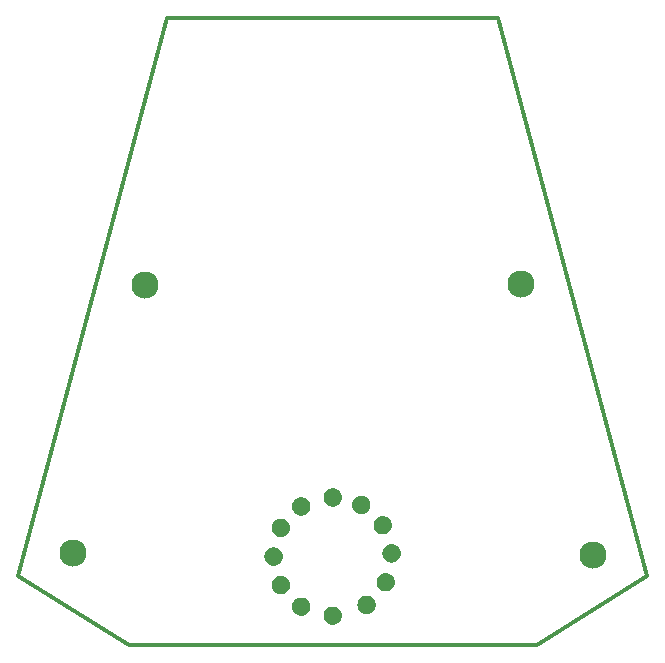
<source format=gbr>
%TF.GenerationSoftware,KiCad,Pcbnew,(6.0.6)*%
%TF.CreationDate,2022-07-10T11:29:42+09:00*%
%TF.ProjectId,nowt_promicro_plate_A,6e6f7774-5f70-4726-9f6d-6963726f5f70,rev?*%
%TF.SameCoordinates,Original*%
%TF.FileFunction,Soldermask,Top*%
%TF.FilePolarity,Negative*%
%FSLAX46Y46*%
G04 Gerber Fmt 4.6, Leading zero omitted, Abs format (unit mm)*
G04 Created by KiCad (PCBNEW (6.0.6)) date 2022-07-10 11:29:42*
%MOMM*%
%LPD*%
G01*
G04 APERTURE LIST*
%TA.AperFunction,Profile*%
%ADD10C,0.349999*%
%TD*%
%ADD11C,1.200000*%
%ADD12C,2.300000*%
G04 APERTURE END LIST*
D10*
X47257959Y-61564998D02*
X47255642Y-61534527D01*
X39609456Y-57623652D02*
X39609456Y-57623652D01*
X39597266Y-57502732D02*
X39590566Y-57473704D01*
X39609456Y-57623652D02*
X39608675Y-57592776D01*
X44363373Y-66522748D02*
X44391845Y-66530833D01*
X37178842Y-61548608D02*
X37163235Y-61524265D01*
X46265863Y-59692411D02*
X46288529Y-59674598D01*
X46195750Y-61977527D02*
X46214608Y-61999298D01*
X37714970Y-63856082D02*
X37694132Y-63836216D01*
X38496319Y-65784685D02*
X38481872Y-65809811D01*
X42274525Y-66890596D02*
X42275305Y-66859721D01*
X46255313Y-61151744D02*
X46234475Y-61171611D01*
X37890706Y-59439112D02*
X37889925Y-59408237D01*
X41271878Y-66415592D02*
X41251041Y-66435459D01*
X44658307Y-57695681D02*
X44667739Y-57667802D01*
X37550830Y-64821176D02*
X37576701Y-64807926D01*
X37264925Y-61890604D02*
X37265706Y-61859728D01*
X41554384Y-57447544D02*
X41583931Y-57452821D01*
X43581579Y-57178262D02*
X43567132Y-57203388D01*
X46058739Y-61595873D02*
X46058739Y-61595873D01*
X36844127Y-62432752D02*
X36872006Y-62423319D01*
X45503447Y-58767482D02*
X45482610Y-58787349D01*
X39295451Y-58151233D02*
X39320577Y-58136786D01*
X44877260Y-65452197D02*
X44852916Y-65436591D01*
X46310300Y-58767482D02*
X46288529Y-58748624D01*
X41087494Y-66738801D02*
X41082218Y-66768347D01*
X41194503Y-67218708D02*
X41212315Y-67241374D01*
X46299749Y-62076673D02*
X46323273Y-62093401D01*
X46056822Y-59792720D02*
X46085294Y-59784635D01*
X38627800Y-58086639D02*
X38650466Y-58104451D01*
X43691289Y-57045253D02*
X43670451Y-57065120D01*
X46750155Y-64167019D02*
X46755432Y-64137472D01*
X47121728Y-61214220D02*
X47102870Y-61192449D01*
X46253721Y-64639184D02*
X46283267Y-64633908D01*
X46487985Y-59061663D02*
X46479900Y-59033191D01*
X45785952Y-59799420D02*
X45815499Y-59804696D01*
X44000960Y-65689602D02*
X43988945Y-65716179D01*
X38859506Y-65514696D02*
X38831034Y-65522781D01*
X37626171Y-59936640D02*
X37649695Y-59919911D01*
X41554384Y-66271912D02*
X41525355Y-66278612D01*
X42099569Y-66435459D02*
X42078732Y-66415592D01*
X39344921Y-58121179D02*
X39368445Y-58104451D01*
X39582481Y-66274225D02*
X39590566Y-66245753D01*
X45815499Y-58618526D02*
X45785952Y-58623803D01*
X37084406Y-58875522D02*
X37057159Y-58886265D01*
X37024695Y-61378929D02*
X37001171Y-61362201D01*
X44622298Y-57775376D02*
X44635548Y-57749505D01*
X41162169Y-57170856D02*
X41177775Y-57195200D01*
X41675305Y-56259737D02*
X41644429Y-56260518D01*
X46597391Y-60998973D02*
X46567364Y-61002788D01*
X47156269Y-61260410D02*
X47139541Y-61236886D01*
X43553882Y-57749505D02*
X43567132Y-57775376D01*
X37004710Y-58911531D02*
X36979584Y-58925978D01*
X38831034Y-66668828D02*
X38859506Y-66676913D01*
X41644429Y-66260503D02*
X41613958Y-66262820D01*
X41496883Y-57432759D02*
X41525355Y-57440845D01*
X44603141Y-66546625D02*
X44633169Y-66542810D01*
X43973795Y-56901574D02*
X43944766Y-56908273D01*
X37382079Y-60032197D02*
X37411626Y-60026921D01*
X37246816Y-61709780D02*
X37238731Y-61681308D01*
X41853727Y-67432744D02*
X41881605Y-67423311D01*
X36696581Y-61260511D02*
X36665705Y-61259730D01*
X36717680Y-59260692D02*
X36709595Y-59289164D01*
X44281669Y-66490556D02*
X44308247Y-66502572D01*
X41441758Y-67412568D02*
X41469005Y-67423311D01*
X43670451Y-57065120D02*
X43650584Y-57085958D01*
X44635548Y-57229259D02*
X44622298Y-57203388D01*
X39573048Y-66302103D02*
X39582481Y-66274225D01*
X38803156Y-66659395D02*
X38831034Y-66668828D01*
X38918082Y-58216737D02*
X38948109Y-58220553D01*
X44014211Y-66235718D02*
X44028658Y-66260845D01*
X46434457Y-58925617D02*
X46420010Y-58900491D01*
X39537039Y-65809811D02*
X39522592Y-65784685D01*
X45851225Y-63532965D02*
X45826881Y-63548572D01*
X45780691Y-63583112D02*
X45758920Y-63601970D01*
X39597266Y-65974885D02*
X39590566Y-65945857D01*
X46434457Y-59497605D02*
X46447708Y-59471734D01*
X37831539Y-59699235D02*
X37843555Y-59672658D01*
X37771507Y-64639332D02*
X37788235Y-64615808D01*
X38775909Y-66648652D02*
X38803156Y-66659395D01*
X43916294Y-58062406D02*
X43944766Y-58070491D01*
X44635548Y-57749505D02*
X44647563Y-57722928D01*
X41076085Y-56828860D02*
X41075305Y-56859736D01*
X46606477Y-63642675D02*
X46586610Y-63621837D01*
X41251041Y-67283983D02*
X41271878Y-67303850D01*
X46214608Y-61192449D02*
X46195750Y-61214220D01*
X39582481Y-65917384D02*
X39573048Y-65889506D01*
X37883792Y-59347739D02*
X37878516Y-59318192D01*
X37601827Y-63767210D02*
X37576701Y-63752763D01*
X44215637Y-58077191D02*
X44244665Y-58070491D01*
X41134471Y-67119844D02*
X41147721Y-67145714D01*
X37788235Y-59774576D02*
X37803842Y-59750232D01*
X47040395Y-61132886D02*
X47017728Y-61115074D01*
X44923450Y-66412712D02*
X44945221Y-66393853D01*
X37871816Y-64130396D02*
X37863731Y-64101924D01*
X43888415Y-56925792D02*
X43861168Y-56936535D01*
X42248331Y-66681300D02*
X42238897Y-66653422D01*
X45673326Y-59764458D02*
X45700573Y-59775202D01*
X42216139Y-57119859D02*
X42228154Y-57093281D01*
X46499961Y-59120238D02*
X46494685Y-59090691D01*
X42275305Y-56859736D02*
X42275305Y-56859736D01*
X36709595Y-64430293D02*
X36717680Y-64458765D01*
X41961301Y-57387317D02*
X41986427Y-57372870D01*
X41102279Y-57038156D02*
X41111712Y-57066035D01*
X46162346Y-64646098D02*
X46193222Y-64645317D01*
X36354584Y-62372862D02*
X36379710Y-62387310D01*
X44028658Y-66260845D02*
X44044265Y-66285188D01*
X46242339Y-59709139D02*
X46265863Y-59692411D01*
X39608675Y-57592776D02*
X39606358Y-57562306D01*
X46214608Y-61999298D02*
X46234475Y-62020135D01*
X44592244Y-57153918D02*
X44575516Y-57130395D01*
X44622298Y-57203388D02*
X44607851Y-57178262D01*
X44308247Y-65396877D02*
X44281669Y-65408893D01*
X42202889Y-67145714D02*
X42216139Y-67119844D01*
X36487284Y-61286705D02*
X36459406Y-61296138D01*
X37112284Y-64853368D02*
X37140756Y-64861453D01*
X45598756Y-63839801D02*
X45589323Y-63867679D01*
X39391111Y-58086639D02*
X39412882Y-58067781D01*
X46452438Y-61032283D02*
X46425191Y-61043026D01*
X39159405Y-58204761D02*
X39187877Y-58196675D01*
X45319064Y-59332531D02*
X45325763Y-59361559D01*
X36065705Y-61859728D02*
X36066486Y-61890604D01*
X44662715Y-66537533D02*
X44691744Y-66530833D01*
X44720216Y-66522748D02*
X44748095Y-66513315D01*
X44063840Y-58088600D02*
X44094716Y-58089381D01*
X46743455Y-64196047D02*
X46750155Y-64167019D01*
X41078402Y-66798375D02*
X41076085Y-66828845D01*
X36691486Y-59408237D02*
X36690705Y-59439112D01*
X44354840Y-56948551D02*
X44328263Y-56936535D01*
X37290705Y-58839114D02*
X37259829Y-58839894D01*
X44420873Y-65361916D02*
X44391845Y-65368616D01*
X44647563Y-57722928D02*
X44658307Y-57695681D01*
X41122456Y-56626190D02*
X41111712Y-56653437D01*
X37146507Y-62218716D02*
X37163235Y-62195192D01*
X36124872Y-61599605D02*
X36112856Y-61626183D01*
X43531123Y-57695681D02*
X43541866Y-57722928D01*
X37057159Y-63727497D02*
X37030581Y-63739513D01*
X15024060Y-63496104D02*
X15024060Y-63496104D01*
X36379710Y-62387310D02*
X36405581Y-62400560D01*
X41364183Y-66346587D02*
X41339839Y-66362193D01*
X41082218Y-56951109D02*
X41087494Y-56980656D01*
X36072618Y-61768355D02*
X36068803Y-61798382D01*
X42078732Y-56415607D02*
X42056961Y-56396749D01*
X46145603Y-61906993D02*
X46161210Y-61931337D01*
X44335494Y-65386134D02*
X44308247Y-65396877D01*
X44244665Y-58070491D02*
X44273137Y-58062406D01*
X36702895Y-64401264D02*
X36709595Y-64430293D01*
X42138294Y-67241374D02*
X42156107Y-67218708D01*
X39009455Y-66695803D02*
X39009455Y-66695803D01*
X37890706Y-59439112D02*
X37890706Y-59439112D01*
X37440655Y-63699236D02*
X37411626Y-63692536D01*
X39522592Y-57312532D02*
X39506985Y-57288188D01*
X46743455Y-63896151D02*
X46735370Y-63867679D01*
X42119436Y-57263160D02*
X42138294Y-57241390D01*
X43783594Y-56976248D02*
X43759250Y-56991855D01*
X37004710Y-59966694D02*
X37030581Y-59979944D01*
X45803357Y-63565300D02*
X45780691Y-63583112D01*
X45598756Y-64252398D02*
X45609499Y-64279645D01*
X43953984Y-65828805D02*
X43948707Y-65858351D01*
X45354025Y-58978066D02*
X45343282Y-59005313D01*
X41075305Y-56859736D02*
X41076085Y-56890612D01*
X36727052Y-61262828D02*
X36696581Y-61260511D01*
X44430181Y-57986910D02*
X44453705Y-57970182D01*
X37863731Y-64458765D02*
X37871816Y-64430293D01*
X41853727Y-66286697D02*
X41825254Y-66278612D01*
X46056822Y-58630502D02*
X46027793Y-58623803D01*
X38831034Y-65522781D02*
X38803156Y-65532214D01*
X38445863Y-57417353D02*
X38436430Y-57445232D01*
X46070972Y-63453014D02*
X46041425Y-63458291D01*
X45141014Y-65918849D02*
X45138697Y-65888379D01*
X42228154Y-67093266D02*
X42238897Y-67066019D01*
X37887608Y-59377766D02*
X37883792Y-59347739D01*
X46095147Y-61802172D02*
X46105890Y-61829419D01*
X46944734Y-62123455D02*
X46969860Y-62109007D01*
X45379291Y-59497605D02*
X45393738Y-59522731D01*
X45815499Y-59804696D02*
X45845526Y-59808512D01*
X41389309Y-57387317D02*
X41415180Y-57400568D01*
X44720216Y-65376701D02*
X44691744Y-65368616D01*
X44480448Y-66546625D02*
X44510918Y-66548942D01*
X37112284Y-63707321D02*
X37084406Y-63716754D01*
X42216139Y-67119844D02*
X42228154Y-67093266D01*
X43988945Y-66183270D02*
X44000960Y-66209848D01*
X46331138Y-58787349D02*
X46310300Y-58767482D01*
X39602542Y-57532279D02*
X39597266Y-57502732D01*
X45728451Y-58638588D02*
X45700573Y-58648021D01*
X36221575Y-61456304D02*
X36202716Y-61478075D01*
X46027793Y-59799420D02*
X46056822Y-59792720D01*
X42119436Y-56456311D02*
X42099569Y-56435474D01*
X41583931Y-57452821D02*
X41613958Y-57456637D01*
X44985926Y-66353149D02*
X45004784Y-66331378D01*
X43691289Y-57933511D02*
X43713060Y-57952369D01*
X43495496Y-57458507D02*
X43494715Y-57489382D01*
X45525218Y-58748624D02*
X45503447Y-58767482D01*
X41122456Y-67093266D02*
X41134471Y-67119844D01*
X46750155Y-63925179D02*
X46743455Y-63896151D01*
X41796226Y-56271927D02*
X41766679Y-56266651D01*
X39391111Y-66558792D02*
X39412882Y-66539934D01*
X43494715Y-57489382D02*
X43494715Y-57489382D01*
X45646748Y-59752443D02*
X45673326Y-59764458D01*
X44182804Y-66430524D02*
X44206328Y-66447252D01*
X37112284Y-60012136D02*
X37140756Y-60020221D01*
X45758920Y-63601970D02*
X45738083Y-63621837D01*
X43506905Y-57610302D02*
X43513605Y-57639330D01*
X43650584Y-57085958D02*
X43631726Y-57107729D01*
X37112284Y-58866089D02*
X37084406Y-58875522D01*
X36102113Y-62066027D02*
X36112856Y-62093274D01*
X44510918Y-66548942D02*
X44541794Y-66549723D01*
X38627800Y-66558792D02*
X38650466Y-66576604D01*
X37883792Y-59530485D02*
X37887608Y-59500458D01*
X44633169Y-66542810D02*
X44662715Y-66537533D01*
X44273137Y-56916359D02*
X44244665Y-56908273D01*
X39130376Y-57035843D02*
X39100829Y-57030567D01*
X36931716Y-63799545D02*
X36909050Y-63817357D01*
X45393738Y-58900491D02*
X45379291Y-58925617D01*
X41706181Y-66260503D02*
X41675305Y-66259722D01*
X36072618Y-61951102D02*
X36077895Y-61980648D01*
X38481872Y-66381798D02*
X38496319Y-66406925D01*
X46288529Y-58748624D02*
X46265863Y-58730812D01*
X38888535Y-58211460D02*
X38918082Y-58216737D01*
X42172835Y-57195200D02*
X42188441Y-57170856D01*
X45129605Y-65828805D02*
X45122905Y-65799776D01*
X41075305Y-66859721D02*
X41075305Y-66859721D01*
X37694132Y-58994983D02*
X37672361Y-58976125D01*
X45443885Y-59593265D02*
X45462743Y-59615036D01*
X44156062Y-56892481D02*
X44125592Y-56890164D01*
X37259829Y-63681127D02*
X37229359Y-63683444D01*
X42275305Y-56859736D02*
X42274525Y-56828860D01*
X46506875Y-59211611D02*
X46506875Y-59211611D01*
X42010771Y-67357248D02*
X42034295Y-67340520D01*
X39070802Y-66692705D02*
X39100829Y-66688890D01*
X46918863Y-61055042D02*
X46892285Y-61043026D01*
X43973795Y-58077191D02*
X44003341Y-58082467D01*
X46077629Y-61445925D02*
X46070929Y-61474953D01*
X41293649Y-67322708D02*
X41316315Y-67340520D01*
X46470467Y-59417910D02*
X46479900Y-59390031D01*
X39573048Y-57829951D02*
X39582481Y-57802072D01*
X42138294Y-56478082D02*
X42119436Y-56456311D01*
X45069378Y-66235718D02*
X45082628Y-66209848D01*
X37265706Y-61859728D02*
X37264925Y-61828853D01*
X41613958Y-57456637D02*
X41644429Y-57458954D01*
X45756924Y-58630502D02*
X45728451Y-58638588D01*
X37382079Y-63687259D02*
X37352052Y-63683444D01*
X46117906Y-61855996D02*
X46131156Y-61881867D01*
X45482610Y-58787349D02*
X45462743Y-58808187D01*
X45039324Y-66285188D02*
X45054931Y-66260845D01*
X42172835Y-56524272D02*
X42156107Y-56500748D01*
X42248331Y-57038156D02*
X42256416Y-57009684D01*
X45325763Y-59361559D02*
X45333849Y-59390031D01*
X43501629Y-57580755D02*
X43506905Y-57610302D01*
X46061837Y-61657219D02*
X46065653Y-61687247D01*
X37163235Y-62195192D02*
X37178842Y-62170848D01*
X36749872Y-64540467D02*
X36763122Y-64566338D01*
X36330240Y-61362201D02*
X36306716Y-61378929D01*
X42275305Y-66859721D02*
X42275305Y-66859721D01*
X46537817Y-61008065D02*
X46508789Y-61014765D01*
X36827716Y-59057458D02*
X36809904Y-59080125D01*
X44476371Y-57026395D02*
X44453705Y-57008583D01*
X46544002Y-63583112D02*
X46521336Y-63565300D01*
X45700573Y-59775202D02*
X45728451Y-59784635D01*
X41766679Y-57452821D02*
X41796226Y-57447544D01*
X38627800Y-65632817D02*
X38606029Y-65651676D01*
X37878516Y-59318192D02*
X37871816Y-59289164D01*
X37001171Y-62357256D02*
X37024695Y-62340528D01*
X36702895Y-59560032D02*
X36709595Y-59589060D01*
X44186090Y-56896297D02*
X44156062Y-56892481D01*
X37218555Y-61626183D02*
X37206539Y-61599605D01*
X46368647Y-64609690D02*
X46395893Y-64598946D01*
X36068803Y-61798382D02*
X36066486Y-61828853D01*
X46283267Y-64633908D02*
X46312296Y-64627208D01*
X41177775Y-57195200D02*
X41194503Y-57218723D01*
X46521336Y-64526898D02*
X46544002Y-64509086D01*
X39472445Y-57241998D02*
X39453587Y-57220228D01*
X43735726Y-57970182D02*
X43759250Y-57986910D01*
X46473468Y-63532965D02*
X46448342Y-63518518D01*
X45681546Y-64405087D02*
X45699358Y-64427753D01*
X38565325Y-58027076D02*
X38585192Y-58047914D01*
X38546466Y-65714151D02*
X38528654Y-65736817D01*
X37889925Y-59408237D02*
X37887608Y-59377766D01*
X39269580Y-66636636D02*
X39295451Y-66623386D01*
X44186090Y-58082467D02*
X44215637Y-58077191D01*
X38456606Y-57857197D02*
X38468622Y-57883775D01*
X43861168Y-58042229D02*
X43888415Y-58052973D01*
X46061837Y-61534527D02*
X46059520Y-61564998D01*
X39130376Y-66683613D02*
X39159405Y-66676913D01*
X45673326Y-58658764D02*
X45646748Y-58670780D01*
X42078732Y-67303850D02*
X42099569Y-67283983D01*
X45649211Y-63734979D02*
X45634764Y-63760105D01*
X37024695Y-62340528D02*
X37047361Y-62322715D01*
X46567364Y-61002788D02*
X46537817Y-61008065D01*
X41134471Y-57119859D02*
X41147721Y-57145730D01*
X39550289Y-65835682D02*
X39537039Y-65809811D01*
X42268392Y-56768363D02*
X42263115Y-56738816D01*
X44215637Y-56901574D02*
X44186090Y-56896297D01*
X46508789Y-62176982D02*
X46537817Y-62183682D01*
X37089970Y-62283990D02*
X37109837Y-62263153D01*
X46759247Y-63984753D02*
X46755432Y-63954726D01*
X44538846Y-57892807D02*
X44557704Y-57871036D01*
X46892285Y-61043026D02*
X46865038Y-61032283D01*
X44575516Y-57130395D02*
X44557704Y-57107729D01*
X43531123Y-57283084D02*
X43521690Y-57310962D01*
X37576701Y-63752763D02*
X37550830Y-63739513D01*
X37878516Y-64401264D02*
X37883792Y-64371718D01*
X43944766Y-58070491D02*
X43973795Y-58077191D01*
X39320577Y-58136786D02*
X39344921Y-58121179D01*
X45122905Y-65799776D02*
X45114820Y-65771304D01*
X43513605Y-57339434D02*
X43506905Y-57368462D01*
X46643147Y-63687112D02*
X46625335Y-63664445D01*
X37863731Y-59617532D02*
X37871816Y-59589060D01*
X45409344Y-58876147D02*
X45393738Y-58900491D01*
X45462743Y-58808187D02*
X45443885Y-58829958D01*
X39453587Y-66499229D02*
X39472445Y-66477458D01*
X37440655Y-60020221D02*
X37469127Y-60012136D01*
X39100829Y-58216737D02*
X39130376Y-58211460D01*
X45307655Y-59180736D02*
X45306874Y-59211611D01*
X41961301Y-66332139D02*
X41935430Y-66318889D01*
X47083003Y-61171611D02*
X47062165Y-61151744D01*
X38412553Y-57684998D02*
X38416368Y-57715025D01*
X45937748Y-59810829D02*
X45968219Y-59808512D01*
X44687801Y-57580755D02*
X44691616Y-57550728D01*
X39522592Y-57934772D02*
X39537039Y-57909646D01*
X41675305Y-69359728D02*
X41675305Y-69359728D01*
X38650466Y-65615005D02*
X38627800Y-65632817D01*
X46506875Y-59211611D02*
X46506094Y-59180736D01*
X39215756Y-66659395D02*
X39243003Y-66648652D01*
X38546466Y-57241998D02*
X38528654Y-57264664D01*
X46779659Y-61008065D02*
X46750112Y-61002788D01*
X36487284Y-62432752D02*
X36515756Y-62440837D01*
X38749331Y-57082820D02*
X38723460Y-57096071D01*
X44405837Y-56976248D02*
X44380711Y-56961801D01*
X46565772Y-63601970D02*
X46544002Y-63583112D01*
X46195750Y-61214220D02*
X46177938Y-61236886D01*
X46145603Y-61284753D02*
X46131156Y-61309880D01*
X37128695Y-61478075D02*
X37109837Y-61456304D01*
X37878516Y-64159425D02*
X37871816Y-64130396D01*
X39597266Y-57744572D02*
X39602542Y-57715025D01*
X41231174Y-57263160D02*
X41251041Y-57283998D01*
X45906872Y-58611613D02*
X45906872Y-58611613D01*
X39602542Y-66004431D02*
X39597266Y-65974885D01*
X46658738Y-62195872D02*
X46689614Y-62195091D01*
X36887279Y-63836216D02*
X36866442Y-63856082D01*
X46761564Y-64015224D02*
X46759247Y-63984753D01*
X37497006Y-58875522D02*
X37469127Y-58866089D01*
X44541794Y-66549723D02*
X44541794Y-66549723D01*
X38650466Y-66576604D02*
X38673990Y-66593332D01*
X36690705Y-64280344D02*
X36691486Y-64311220D01*
X41231174Y-66456296D02*
X41212315Y-66478067D01*
X44694714Y-57489382D02*
X44694714Y-57489382D01*
X45366040Y-58951488D02*
X45354025Y-58978066D01*
X41075305Y-56859736D02*
X41075305Y-56859736D01*
X36693803Y-64218998D02*
X36691486Y-64249469D01*
X42034295Y-66378921D02*
X42010771Y-66362193D01*
X36066486Y-61890604D02*
X36068803Y-61921074D01*
X38723460Y-65568223D02*
X38698334Y-65582671D01*
X36112856Y-62093274D02*
X36124872Y-62119851D01*
X39590566Y-65945857D02*
X39582481Y-65917384D01*
X41076085Y-56890612D02*
X41078402Y-56921082D01*
X46217995Y-59724745D02*
X46242339Y-59709139D01*
X46242339Y-58714084D02*
X46217995Y-58698477D01*
X37524253Y-64833192D02*
X37550830Y-64821176D01*
X46310300Y-59655740D02*
X46331138Y-59635873D01*
X41736652Y-66262820D02*
X41706181Y-66260503D01*
X41316315Y-56378937D02*
X41293649Y-56396749D01*
X45595752Y-58698477D02*
X45571408Y-58714084D01*
X36737856Y-59205567D02*
X36727113Y-59232814D01*
X45983925Y-64619123D02*
X46012397Y-64627208D01*
X38410236Y-66126680D02*
X38412553Y-66157151D01*
X37649695Y-63799545D02*
X37626171Y-63782817D01*
X44966059Y-65525463D02*
X44945221Y-65505596D01*
X37128695Y-62241382D02*
X37146507Y-62218716D01*
X45354025Y-59445157D02*
X45366040Y-59471734D01*
X46506094Y-59242487D02*
X46506875Y-59211611D01*
X38409455Y-57623652D02*
X38410236Y-57654528D01*
X36872006Y-62423319D02*
X36899253Y-62412576D01*
X37262608Y-61798382D02*
X37258792Y-61768355D01*
X43521690Y-57667802D02*
X43531123Y-57695681D01*
X36066486Y-61828853D02*
X36065705Y-61859728D01*
X38565325Y-57220228D02*
X38546466Y-57241998D01*
X36763122Y-64566338D02*
X36777569Y-64591464D01*
X43506905Y-57368462D02*
X43501629Y-57398009D01*
X45906872Y-59811610D02*
X45906872Y-59811610D01*
X45983925Y-63473076D02*
X45956046Y-63482509D01*
X45105387Y-66156023D02*
X45114820Y-66128145D01*
X39609456Y-66095805D02*
X39609456Y-66095805D01*
X44557704Y-57107729D02*
X44538846Y-57085958D01*
X36168176Y-62195192D02*
X36184904Y-62218716D01*
X44044265Y-66285188D02*
X44060993Y-66308712D01*
X44852916Y-66462859D02*
X44877260Y-66447252D01*
X38416368Y-57715025D02*
X38421645Y-57744572D01*
X39187877Y-66668828D02*
X39215756Y-66659395D01*
X38528654Y-65736817D02*
X38511926Y-65760341D01*
X36574332Y-62452813D02*
X36604359Y-62456629D01*
X37788235Y-59103648D02*
X37771507Y-59080125D01*
X41389309Y-67387302D02*
X41415180Y-67400552D01*
X36138122Y-62145722D02*
X36152569Y-62170848D01*
X45589323Y-63867679D02*
X45581237Y-63896151D01*
X39009455Y-66695803D02*
X39040331Y-66695022D01*
X45343282Y-59005313D02*
X45333849Y-59033191D01*
X37140756Y-64861453D02*
X37169785Y-64868153D01*
X46761564Y-64076975D02*
X46762345Y-64046099D01*
X37084406Y-60002703D02*
X37112284Y-60012136D01*
X37734837Y-63876920D02*
X37714970Y-63856082D01*
X39368445Y-66576604D02*
X39391111Y-66558792D01*
X46420010Y-58900491D02*
X46404403Y-58876147D01*
X41147721Y-66573727D02*
X41134471Y-66599598D01*
X38749331Y-58164484D02*
X38775909Y-58176499D01*
X37290705Y-64880343D02*
X37321581Y-64879562D01*
X36931716Y-64761144D02*
X36955240Y-64777872D01*
X37146507Y-61500741D02*
X37128695Y-61478075D01*
X46448342Y-64573681D02*
X46473468Y-64559233D01*
X41364183Y-56346602D02*
X41339839Y-56362208D01*
X39453587Y-58027076D02*
X39472445Y-58005306D01*
X38775909Y-57070805D02*
X38749331Y-57082820D01*
X38546466Y-58005306D02*
X38565325Y-58027076D01*
X43713060Y-57952369D02*
X43735726Y-57970182D01*
X44827790Y-65422143D02*
X44801919Y-65408893D01*
X37550830Y-59979944D02*
X37576701Y-59966694D01*
X39590566Y-66245753D02*
X39597266Y-66216725D01*
X43553882Y-57229259D02*
X43541866Y-57255837D01*
X38445863Y-66302103D02*
X38456606Y-66329350D01*
X38416368Y-66187178D02*
X38421645Y-66216725D01*
X46808687Y-61014765D02*
X46779659Y-61008065D01*
X46479900Y-59033191D02*
X46470467Y-59005313D01*
X43953984Y-66070645D02*
X43960684Y-66099673D01*
X45134881Y-65858351D02*
X45129605Y-65828805D01*
X36909050Y-58976125D02*
X36887279Y-58994983D01*
X39009455Y-65495806D02*
X38978579Y-65496587D01*
X46689614Y-60996656D02*
X46658738Y-60995875D01*
X45569261Y-64137472D02*
X45574538Y-64167019D01*
X38673990Y-65598277D02*
X38650466Y-65615005D01*
X36737856Y-64046799D02*
X36727113Y-64074046D01*
X37626171Y-58941585D02*
X37601827Y-58925978D01*
X24407822Y-69359728D02*
X41675305Y-69359728D01*
X36793176Y-64615808D02*
X36809904Y-64639332D01*
X44301016Y-56925792D02*
X44273137Y-56916359D01*
X44014211Y-65663731D02*
X44000960Y-65689602D01*
X38606029Y-66539934D02*
X38627800Y-66558792D01*
X45563129Y-64076975D02*
X45565446Y-64107445D01*
X46012397Y-63464990D02*
X45983925Y-63473076D01*
X43650584Y-57892807D02*
X43670451Y-57913644D01*
X39490257Y-57264664D02*
X39472445Y-57241998D01*
X43968769Y-66128145D02*
X43978202Y-66156023D01*
X46508789Y-61014765D02*
X46480317Y-61022850D01*
X44827790Y-66477306D02*
X44852916Y-66462859D01*
X47222332Y-61389575D02*
X47211589Y-61362328D01*
X46422471Y-63505267D02*
X46395893Y-63493252D01*
X44923450Y-65486737D02*
X44900784Y-65468925D01*
X37601827Y-58925978D02*
X37576701Y-58911531D01*
X41339839Y-56362208D02*
X41316315Y-56378937D01*
X39590566Y-57773600D02*
X39597266Y-57744572D01*
X36976827Y-62372862D02*
X37001171Y-62357256D01*
X41675305Y-56259737D02*
X41675305Y-56259737D01*
X37694132Y-63836216D02*
X37672361Y-63817357D01*
X47139541Y-61236886D02*
X47121728Y-61214220D01*
X44694714Y-57489382D02*
X44694714Y-57489382D01*
X43631726Y-57107729D02*
X43613914Y-57130395D01*
X37672361Y-59902099D02*
X37694132Y-59883241D01*
X36777569Y-64591464D02*
X36793176Y-64615808D01*
X37259829Y-58839894D02*
X37229359Y-58842211D01*
X46762345Y-64046099D02*
X46762345Y-64046099D01*
X38859506Y-66676913D02*
X38888535Y-66683613D01*
X38421645Y-57502732D02*
X38416368Y-57532279D01*
X37258792Y-61951102D02*
X37262608Y-61921074D01*
X39243003Y-65542957D02*
X39215756Y-65532214D01*
X37352052Y-60036013D02*
X37382079Y-60032197D01*
X45928799Y-63493252D02*
X45902222Y-63505267D01*
X37199332Y-58846027D02*
X37169785Y-58851304D01*
X45738083Y-63621837D02*
X45718216Y-63642675D01*
X42238897Y-56653437D02*
X42228154Y-56626190D01*
X36693803Y-59500458D02*
X36697618Y-59530485D01*
X39344921Y-65598277D02*
X39320577Y-65582671D01*
X37469127Y-63707321D02*
X37440655Y-63699236D01*
X41469005Y-57423326D02*
X41496883Y-57432759D01*
X43713060Y-57026395D02*
X43691289Y-57045253D01*
X46234475Y-61171611D02*
X46214608Y-61192449D01*
X38585192Y-66520067D02*
X38606029Y-66539934D01*
X46658738Y-62195872D02*
X46658738Y-62195872D01*
X41908852Y-57412583D02*
X41935430Y-57400568D01*
X37771507Y-63921357D02*
X37753695Y-63898691D01*
X37262608Y-61921074D02*
X37264925Y-61890604D01*
X38749331Y-66636636D02*
X38775909Y-66648652D01*
X45141795Y-65949725D02*
X45141795Y-65949725D01*
X43861168Y-56936535D02*
X43834591Y-56948551D01*
X36284050Y-61396741D02*
X36262279Y-61415599D01*
X47017728Y-62076673D02*
X47040395Y-62058860D01*
X46234475Y-62020135D02*
X46255313Y-62040002D01*
X45906872Y-58611613D02*
X45875997Y-58612393D01*
X44572670Y-66548942D02*
X44603141Y-66546625D01*
X45574538Y-63925179D02*
X45569261Y-63954726D01*
X41525355Y-57440845D02*
X41554384Y-57447544D01*
X46703179Y-64306222D02*
X46715194Y-64279645D01*
X39602542Y-57715025D02*
X39606358Y-57684998D01*
X36241442Y-62283990D02*
X36262279Y-62303857D01*
X38511926Y-57288188D02*
X38496319Y-57312532D01*
X44328263Y-56936535D02*
X44301016Y-56925792D01*
X44097663Y-66353149D02*
X44117530Y-66373987D01*
X37321581Y-64879562D02*
X37352052Y-64877245D01*
X46452438Y-62159464D02*
X46480317Y-62168897D01*
X37004710Y-63752763D02*
X36979584Y-63767210D01*
X39009455Y-57023653D02*
X39009455Y-57023653D01*
X41147721Y-67145714D02*
X41162169Y-67170841D01*
X36693803Y-64341690D02*
X36697618Y-64371718D01*
X46288529Y-59674598D02*
X46310300Y-59655740D01*
X37178842Y-62170848D02*
X37193289Y-62145722D01*
X44380711Y-58016964D02*
X44405837Y-58002516D01*
X36102113Y-61653430D02*
X36092680Y-61681308D01*
X39368445Y-57142853D02*
X39344921Y-57126124D01*
X47083003Y-62020135D02*
X47102870Y-61999298D01*
X45998247Y-59804696D02*
X46027793Y-59799420D01*
X41339839Y-57357263D02*
X41364183Y-57372870D01*
X44541794Y-65349726D02*
X44510918Y-65350507D01*
X37878516Y-59560032D02*
X37883792Y-59530485D01*
X36827716Y-59820766D02*
X36846575Y-59842537D01*
X44647563Y-57255837D02*
X44635548Y-57229259D01*
X44748095Y-65386134D02*
X44720216Y-65376701D01*
X46994204Y-61098346D02*
X46969860Y-61082739D01*
X46597391Y-62192774D02*
X46627862Y-62195091D01*
X38723460Y-57096071D02*
X38698334Y-57110518D01*
X37411626Y-64868153D02*
X37440655Y-64861453D01*
X44335494Y-66513315D02*
X44363373Y-66522748D01*
X41102279Y-56681316D02*
X41094194Y-56709788D01*
X36955240Y-58941585D02*
X36931716Y-58958313D01*
X44206328Y-65452197D02*
X44182804Y-65468925D01*
X36691486Y-59469988D02*
X36693803Y-59500458D01*
X46779659Y-62183682D02*
X46808687Y-62176982D01*
X38606029Y-57179523D02*
X38585192Y-57199390D01*
X41162169Y-66548601D02*
X41147721Y-66573727D01*
X39159405Y-66676913D02*
X39187877Y-66668828D01*
X46162346Y-63446101D02*
X46162346Y-63446101D01*
X46105890Y-61829419D02*
X46117906Y-61855996D01*
X37440655Y-64861453D02*
X37469127Y-64853368D01*
X41825254Y-57440845D02*
X41853727Y-57432759D01*
X37854298Y-64074046D02*
X37843555Y-64046799D01*
X36077895Y-61738808D02*
X36072618Y-61768355D01*
X36459406Y-61296138D02*
X36432159Y-61306881D01*
X37382079Y-64873430D02*
X37411626Y-64868153D01*
X45313787Y-59120238D02*
X45309972Y-59150265D01*
X38416368Y-57532279D02*
X38412553Y-57562306D01*
X42248331Y-56681316D02*
X42238897Y-56653437D01*
X46340768Y-63473076D02*
X46312296Y-63464990D01*
X36152569Y-61548608D02*
X36138122Y-61573735D01*
X39472445Y-58005306D02*
X39490257Y-57982640D01*
X44000960Y-66209848D02*
X44014211Y-66235718D01*
X44060993Y-65590737D02*
X44044265Y-65614261D01*
X38528654Y-66454792D02*
X38546466Y-66477458D01*
X36786626Y-61271920D02*
X36757079Y-61266643D01*
X43521690Y-57310962D02*
X43513605Y-57339434D01*
X44682524Y-57610302D02*
X44687801Y-57580755D01*
X37109837Y-61456304D02*
X37089970Y-61435466D01*
X44687801Y-57398009D02*
X44682524Y-57368462D01*
X46192869Y-59739193D02*
X46217995Y-59724745D01*
X41094194Y-67009669D02*
X41102279Y-67038141D01*
X39100829Y-65502720D02*
X39070802Y-65498904D01*
X45681546Y-63687112D02*
X45664818Y-63710635D01*
X37057159Y-58886265D02*
X37030581Y-58898280D01*
X41087494Y-66980641D02*
X41094194Y-67009669D01*
X39100829Y-66688890D02*
X39130376Y-66683613D01*
X36815655Y-61278620D02*
X36786626Y-61271920D01*
X37672361Y-64743332D02*
X37694132Y-64724473D01*
X46725937Y-63839801D02*
X46715194Y-63812554D01*
X45826881Y-63548572D02*
X45803357Y-63565300D01*
X45595752Y-59724745D02*
X45620878Y-59739193D01*
X45718216Y-64449524D02*
X45738083Y-64470361D01*
X46586610Y-64470361D02*
X46606477Y-64449524D01*
X41194503Y-57218723D02*
X41212315Y-57241390D01*
X39412882Y-57179523D02*
X39391111Y-57160665D01*
X42202889Y-66573727D02*
X42188441Y-66548601D01*
X42156107Y-56500748D02*
X42138294Y-56478082D01*
X44572670Y-65350507D02*
X44541794Y-65349726D01*
X45758920Y-64490228D02*
X45780691Y-64509086D01*
X39453587Y-65692380D02*
X39433720Y-65671543D01*
X39040331Y-57024434D02*
X39009455Y-57023653D01*
X43834591Y-58030214D02*
X43861168Y-58042229D01*
X46395893Y-64598946D02*
X46422471Y-64586931D01*
X47102870Y-61192449D02*
X47083003Y-61171611D01*
X38585192Y-65671543D02*
X38565325Y-65692380D01*
X38481872Y-65809811D02*
X38468622Y-65835682D01*
X46659875Y-64381563D02*
X46675481Y-64357219D01*
X36727052Y-62456629D02*
X36757079Y-62452813D01*
X39506985Y-57288188D02*
X39490257Y-57264664D01*
X43916294Y-56916359D02*
X43888415Y-56925792D01*
X37258792Y-61768355D02*
X37253516Y-61738808D01*
X43944892Y-66011071D02*
X43948707Y-66041098D01*
X42263115Y-56980656D02*
X42268392Y-56951109D01*
X37803842Y-59127992D02*
X37788235Y-59103648D01*
X43497813Y-57550728D02*
X43501629Y-57580755D01*
X37229298Y-62066027D02*
X37238731Y-62038149D01*
X36306716Y-61378929D02*
X36284050Y-61396741D01*
X39130376Y-58211460D02*
X39159405Y-58204761D01*
X39412882Y-58067781D02*
X39433720Y-58047914D01*
X45426072Y-58852624D02*
X45409344Y-58876147D01*
X43942575Y-65918849D02*
X43941794Y-65949725D01*
X43948707Y-65858351D02*
X43944892Y-65888379D01*
X37672361Y-58976125D02*
X37649695Y-58958313D01*
X44592244Y-57824846D02*
X44607851Y-57800502D01*
X36544785Y-62447537D02*
X36574332Y-62452813D01*
X39187877Y-65522781D02*
X39159405Y-65514696D01*
X45004784Y-65568071D02*
X44985926Y-65546300D01*
X45569261Y-63954726D02*
X45565446Y-63984753D01*
X46340768Y-64619123D02*
X46368647Y-64609690D01*
X41415180Y-67400552D02*
X41441758Y-67412568D01*
X41078402Y-56921082D02*
X41082218Y-56951109D01*
X44033369Y-58086283D02*
X44063840Y-58088600D01*
X36065705Y-61859728D02*
X36065705Y-61859728D01*
X37649695Y-64761144D02*
X37672361Y-64743332D01*
X41986427Y-57372870D02*
X42010771Y-57357263D01*
X46398614Y-62136705D02*
X46425191Y-62148721D01*
X39608675Y-66064929D02*
X39606358Y-66034459D01*
X37803842Y-63969225D02*
X37788235Y-63944881D01*
X42188441Y-67170841D02*
X42202889Y-67145714D01*
X37265706Y-61859728D02*
X37265706Y-61859728D01*
X44498142Y-57045253D02*
X44476371Y-57026395D01*
X44662715Y-65361916D02*
X44633169Y-65356640D01*
X37863731Y-64101924D02*
X37854298Y-64074046D01*
X45581237Y-64196047D02*
X45589323Y-64224519D01*
X46969860Y-62109007D02*
X46994204Y-62093401D01*
X46070929Y-61716793D02*
X46077629Y-61745821D01*
X41736652Y-57456637D02*
X41766679Y-57452821D01*
X44518979Y-57065120D02*
X44498142Y-57045253D01*
X45851225Y-64559233D02*
X45876351Y-64573681D01*
X41825254Y-67440829D02*
X41853727Y-67432744D01*
X45621514Y-64306222D02*
X45634764Y-64332093D01*
X45307655Y-59242487D02*
X45309972Y-59272957D01*
X47258740Y-61595873D02*
X47257959Y-61564998D01*
X41496883Y-66286697D02*
X41469005Y-66296130D01*
X42268392Y-66951094D02*
X42272208Y-66921067D01*
X38409455Y-57623652D02*
X38409455Y-57623652D01*
X43613914Y-57848370D02*
X43631726Y-57871036D01*
X45094644Y-66183270D02*
X45105387Y-66156023D01*
X39433720Y-58047914D02*
X39453587Y-58027076D01*
X41094194Y-56709788D02*
X41087494Y-56738816D01*
X37259829Y-60038330D02*
X37290705Y-60039111D01*
X36379710Y-61332147D02*
X36354584Y-61346594D01*
X46113173Y-58648021D02*
X46085294Y-58638588D01*
X46177938Y-61236886D02*
X46161210Y-61260410D01*
X46177938Y-61954861D02*
X46195750Y-61977527D01*
X41675305Y-57459734D02*
X41675305Y-57459734D01*
X37734837Y-59035688D02*
X37714970Y-59014850D01*
X45845526Y-58614711D02*
X45815499Y-58618526D01*
X41961301Y-56332155D02*
X41935430Y-56318904D01*
X39368445Y-58104451D02*
X39391111Y-58086639D01*
X37253516Y-61738808D02*
X37246816Y-61709780D01*
X37871816Y-59289164D02*
X37863731Y-59260692D01*
X37887608Y-64218998D02*
X37883792Y-64188971D01*
X41076085Y-66890596D02*
X41078402Y-66921067D01*
X44138368Y-66393853D02*
X44160138Y-66412712D01*
X38428345Y-66245753D02*
X38436430Y-66274225D01*
X39562305Y-65862259D02*
X39550289Y-65835682D01*
X47222332Y-61802172D02*
X47231765Y-61774294D01*
X36459406Y-62423319D02*
X36487284Y-62432752D01*
X44658307Y-57283084D02*
X44647563Y-57255837D01*
X39562305Y-66329350D02*
X39573048Y-66302103D01*
X41736652Y-56262835D02*
X41706181Y-56260518D01*
X37524253Y-59991959D02*
X37550830Y-59979944D01*
X38918082Y-65502720D02*
X38888535Y-65507996D01*
X39606358Y-66034459D02*
X39602542Y-66004431D01*
X39506985Y-57959116D02*
X39522592Y-57934772D01*
X38412553Y-66157151D02*
X38416368Y-66187178D01*
X44391845Y-66530833D02*
X44420873Y-66537533D01*
X41293649Y-57322723D02*
X41316315Y-57340535D01*
X41122456Y-57093281D02*
X41134471Y-57119859D01*
X37440655Y-58858003D02*
X37411626Y-58851304D01*
X39070802Y-57026751D02*
X39040331Y-57024434D01*
X41675305Y-16250651D02*
X41675305Y-16250651D01*
X41162169Y-67170841D02*
X41177775Y-67195184D01*
X41212315Y-66478067D02*
X41194503Y-66500733D01*
X46750112Y-61002788D02*
X46720084Y-60998973D01*
X41082218Y-56768363D02*
X41078402Y-56798390D01*
X42238897Y-67066019D02*
X42248331Y-67038141D01*
X41293649Y-66396733D02*
X41271878Y-66415592D01*
X45022596Y-66308712D02*
X45039324Y-66285188D01*
X38410236Y-57654528D02*
X38412553Y-57684998D01*
X45562348Y-64046099D02*
X45562348Y-64046099D01*
X47251827Y-61504500D02*
X47246550Y-61474953D01*
X36168176Y-61524265D02*
X36152569Y-61548608D01*
X41796226Y-67447529D02*
X41825254Y-67440829D01*
X43888415Y-58052973D02*
X43916294Y-58062406D01*
X45409344Y-59547075D02*
X45426072Y-59570599D01*
X41675305Y-66259722D02*
X41675305Y-66259722D01*
X38978579Y-65496587D02*
X38948109Y-65498904D01*
X44160138Y-66412712D02*
X44182804Y-66430524D01*
X36124872Y-62119851D02*
X36138122Y-62145722D01*
X46422471Y-64586931D02*
X46448342Y-64573681D01*
X36846575Y-59842537D02*
X36866442Y-59863374D01*
X44363373Y-65376701D02*
X44335494Y-65386134D01*
X36786626Y-62447537D02*
X36815655Y-62440837D01*
X47257959Y-61626749D02*
X47258740Y-61595873D01*
X38775909Y-65542957D02*
X38749331Y-65554973D01*
X46312296Y-64627208D02*
X46340768Y-64619123D01*
X37030581Y-64821176D02*
X37057159Y-64833192D01*
X44541794Y-66549723D02*
X44572670Y-66548942D01*
X41231174Y-67263145D02*
X41251041Y-67283983D01*
X46537817Y-62183682D02*
X46567364Y-62188958D01*
X41389309Y-56332155D02*
X41364183Y-56346602D01*
X38412553Y-57562306D02*
X38410236Y-57592776D01*
X36749872Y-59178989D02*
X36737856Y-59205567D01*
X38803156Y-57060061D02*
X38775909Y-57070805D01*
X36866442Y-59014850D02*
X36846575Y-59035688D01*
X44675825Y-57639330D02*
X44682524Y-57610302D01*
X46658738Y-60995875D02*
X46658738Y-60995875D01*
X36544785Y-61271920D02*
X36515756Y-61278620D01*
X44078805Y-65568071D02*
X44060993Y-65590737D01*
X36951701Y-62387310D02*
X36976827Y-62372862D01*
X37047361Y-62322715D02*
X37069132Y-62303857D01*
X46918863Y-62136705D02*
X46944734Y-62123455D01*
X46369863Y-59593265D02*
X46387675Y-59570599D01*
X42099569Y-67283983D02*
X42119436Y-67263145D01*
X41986427Y-67372855D02*
X42010771Y-67357248D01*
X41212315Y-56478082D02*
X41194503Y-56500748D01*
X38468622Y-57363529D02*
X38456606Y-57390107D01*
X46503777Y-59272957D02*
X46506094Y-59242487D01*
X46892285Y-62148721D02*
X46918863Y-62136705D01*
X45393738Y-59522731D02*
X45409344Y-59547075D01*
X45141014Y-65980600D02*
X45141795Y-65949725D01*
X38410236Y-66064929D02*
X38409455Y-66095805D01*
X45022596Y-65590737D02*
X45004784Y-65568071D01*
X46944734Y-61068292D02*
X46918863Y-61055042D01*
X47258740Y-61595873D02*
X47258740Y-61595873D01*
X45956046Y-64609690D02*
X45983925Y-64619123D01*
X46459723Y-58978066D02*
X46447708Y-58951488D01*
X37854298Y-59232814D02*
X37843555Y-59205567D01*
X47211589Y-61829419D02*
X47222332Y-61802172D01*
X37229359Y-64877245D02*
X37259829Y-64879562D01*
X47246550Y-61716793D02*
X47251827Y-61687247D01*
X42256416Y-57009684D02*
X42263115Y-56980656D01*
X47255642Y-61657219D02*
X47257959Y-61626749D01*
X44453705Y-57008583D02*
X44430181Y-56991855D01*
X41177775Y-56524272D02*
X41162169Y-56548616D01*
X36092680Y-61681308D02*
X36084595Y-61709780D01*
X45094644Y-65716179D02*
X45082628Y-65689602D01*
X46253721Y-63453014D02*
X46223693Y-63449198D01*
X46494685Y-59332531D02*
X46499961Y-59302984D01*
X44691616Y-57428036D02*
X44687801Y-57398009D01*
X39433720Y-57199390D02*
X39412882Y-57179523D01*
X39215756Y-65532214D02*
X39187877Y-65522781D01*
X37057159Y-64833192D02*
X37084406Y-64843935D01*
X37753695Y-59057458D02*
X37734837Y-59035688D01*
X39391111Y-57160665D02*
X39368445Y-57142853D01*
X45309972Y-59150265D02*
X45307655Y-59180736D01*
X37788235Y-64615808D02*
X37803842Y-64591464D01*
X45571408Y-58714084D02*
X45547884Y-58730812D01*
X45571408Y-59709139D02*
X45595752Y-59724745D01*
X44003341Y-58082467D02*
X44033369Y-58086283D01*
X41986427Y-66346587D02*
X41961301Y-66332139D01*
X36690705Y-59439112D02*
X36690705Y-59439112D01*
X36717680Y-59617532D02*
X36727113Y-59645411D01*
X47139541Y-61954861D02*
X47156269Y-61931337D01*
X39040331Y-65496587D02*
X39009455Y-65495806D01*
X44003341Y-56896297D02*
X43973795Y-56901574D01*
X37854298Y-64486643D02*
X37863731Y-64458765D01*
X43670451Y-57913644D02*
X43691289Y-57933511D01*
X41525355Y-56278627D02*
X41496883Y-56286712D01*
X46398614Y-61055042D02*
X46372743Y-61068292D01*
X36727113Y-64074046D02*
X36717680Y-64101924D01*
X36691486Y-64311220D02*
X36693803Y-64341690D01*
X38456606Y-65862259D02*
X38445863Y-65889506D01*
X36979584Y-58925978D02*
X36955240Y-58941585D01*
X42256416Y-66709773D02*
X42248331Y-66681300D01*
X42172835Y-66524257D02*
X42156107Y-66500733D01*
X46503777Y-59150265D02*
X46499961Y-59120238D01*
X45700573Y-58648021D02*
X45673326Y-58658764D01*
X41961301Y-67387302D02*
X41986427Y-67372855D01*
X38978579Y-58222870D02*
X39009455Y-58223650D01*
X36757079Y-61266643D02*
X36727052Y-61262828D01*
X36777569Y-59750232D02*
X36793176Y-59774576D01*
X45646748Y-58670780D02*
X45620878Y-58684030D01*
X44575516Y-57848370D02*
X44592244Y-57824846D01*
X36979584Y-64793479D02*
X37004710Y-64807926D01*
X42228154Y-56626190D02*
X42216139Y-56599613D01*
X38468622Y-57883775D02*
X38481872Y-57909646D01*
X41496883Y-67432744D02*
X41525355Y-67440829D01*
X36749872Y-59699235D02*
X36763122Y-59725106D01*
X37469127Y-60012136D02*
X37497006Y-60002703D01*
X36112856Y-61626183D02*
X36102113Y-61653430D01*
X39609456Y-66095805D02*
X39608675Y-66064929D01*
X38650466Y-57142853D02*
X38627800Y-57160665D01*
X37601827Y-64793479D02*
X37626171Y-64777872D01*
X36697618Y-59347739D02*
X36693803Y-59377766D01*
X38436430Y-57802072D02*
X38445863Y-57829951D01*
X36665705Y-62459727D02*
X36696581Y-62458946D01*
X38456606Y-57390107D02*
X38445863Y-57417353D01*
X37089970Y-61435466D02*
X37069132Y-61415599D01*
X46192869Y-58684030D02*
X46166998Y-58670780D01*
X42119436Y-66456296D02*
X42099569Y-66435459D01*
X37069132Y-61415599D02*
X37047361Y-61396741D01*
X45319064Y-59090691D02*
X45313787Y-59120238D01*
X39606358Y-66157151D02*
X39608675Y-66126680D01*
X46497812Y-64543627D02*
X46521336Y-64526898D01*
X38698334Y-65582671D02*
X38673990Y-65598277D01*
X46837160Y-61022850D02*
X46808687Y-61014765D01*
X41706181Y-67458938D02*
X41736652Y-67456621D01*
X38831034Y-57050628D02*
X38803156Y-57060061D01*
X38410236Y-57592776D02*
X38409455Y-57623652D01*
X37734837Y-59842537D02*
X37753695Y-59820766D01*
X46625335Y-64427753D02*
X46643147Y-64405087D01*
X41271878Y-56415607D02*
X41251041Y-56435474D01*
X37218555Y-62093274D02*
X37229298Y-62066027D01*
X41935430Y-56318904D02*
X41908852Y-56306889D01*
X36727113Y-59232814D02*
X36717680Y-59260692D01*
X46395893Y-63493252D02*
X46368647Y-63482509D01*
X41339839Y-66362193D02*
X41316315Y-66378921D01*
X45756924Y-59792720D02*
X45785952Y-59799420D01*
X36690705Y-59439112D02*
X36691486Y-59469988D01*
X37047361Y-61396741D02*
X37024695Y-61378929D01*
X37714970Y-59863374D02*
X37734837Y-59842537D01*
X36084595Y-62009676D02*
X36092680Y-62038149D01*
X37411626Y-60026921D02*
X37440655Y-60020221D01*
X37169785Y-58851304D02*
X37140756Y-58858003D01*
X46755432Y-64137472D02*
X46759247Y-64107445D01*
X46105890Y-61362328D02*
X46095147Y-61389575D01*
X46131156Y-61881867D02*
X46145603Y-61906993D01*
X46162346Y-64646098D02*
X46162346Y-64646098D01*
X45443885Y-58829958D02*
X45426072Y-58852624D01*
X37199332Y-63687259D02*
X37169785Y-63692536D01*
X36925830Y-62400560D02*
X36951701Y-62387310D01*
X42188441Y-56548616D02*
X42172835Y-56524272D01*
X44328263Y-58042229D02*
X44354840Y-58030214D01*
X46372743Y-61068292D02*
X46347617Y-61082739D01*
X46351005Y-58808187D02*
X46331138Y-58787349D01*
X44450420Y-65356640D02*
X44420873Y-65361916D01*
X38456606Y-66329350D02*
X38468622Y-66355928D01*
X46762345Y-64046099D02*
X46762345Y-64046099D01*
X41986427Y-56346602D02*
X41961301Y-56332155D01*
X42272208Y-56798390D02*
X42268392Y-56768363D01*
X39609456Y-66095805D02*
X39609456Y-66095805D01*
X43494715Y-57489382D02*
X43495496Y-57520258D01*
X46735370Y-64224519D02*
X46743455Y-64196047D01*
X45845526Y-59808512D02*
X45875997Y-59810829D01*
X47186323Y-61881867D02*
X47199573Y-61855996D01*
X38723460Y-66623386D02*
X38749331Y-66636636D01*
X46193222Y-64645317D02*
X46223693Y-64643000D01*
X36909050Y-63817357D02*
X36887279Y-63836216D01*
X45574538Y-64167019D02*
X45581237Y-64196047D01*
X42228154Y-66626175D02*
X42216139Y-66599598D01*
X41102279Y-66681300D02*
X41094194Y-66709773D01*
X38416368Y-66004431D02*
X38412553Y-66034459D01*
X46101000Y-64643000D02*
X46131470Y-64645317D01*
X37382079Y-58846027D02*
X37352052Y-58842211D01*
X37140756Y-58858003D02*
X37112284Y-58866089D01*
X36899253Y-62412576D02*
X36925830Y-62400560D01*
X42188441Y-57170856D02*
X42202889Y-57145730D01*
X46567364Y-62188958D02*
X46597391Y-62192774D01*
X44748095Y-66513315D02*
X44775342Y-66502572D01*
X42156107Y-66500733D02*
X42138294Y-66478067D01*
X37843555Y-59205567D02*
X37831539Y-59178989D01*
X44480448Y-65352824D02*
X44450420Y-65356640D01*
X46085294Y-58638588D02*
X46056822Y-58630502D01*
X38468622Y-65835682D02*
X38456606Y-65862259D01*
X39562305Y-57390107D02*
X39550289Y-57363529D01*
X41251041Y-57283998D02*
X41271878Y-57303865D01*
X38496319Y-57934772D02*
X38511926Y-57959116D01*
X41766679Y-67452806D02*
X41796226Y-67447529D01*
X46277083Y-61132886D02*
X46255313Y-61151744D01*
X36777569Y-63969225D02*
X36763122Y-63994351D01*
X37803842Y-64591464D02*
X37818289Y-64566338D01*
X37890706Y-64280344D02*
X37890706Y-64280344D01*
X44607851Y-57178262D02*
X44592244Y-57153918D01*
X41271878Y-57303865D02*
X41293649Y-57322723D01*
X41935430Y-67400552D02*
X41961301Y-67387302D01*
X39453587Y-57220228D02*
X39433720Y-57199390D01*
X37265706Y-61859728D02*
X37265706Y-61859728D01*
X45620878Y-59739193D02*
X45646748Y-59752443D01*
X44667739Y-57667802D02*
X44675825Y-57639330D01*
X37694132Y-64724473D02*
X37714970Y-64704606D01*
X38481872Y-57909646D02*
X38496319Y-57934772D01*
X46473468Y-64559233D02*
X46497812Y-64543627D01*
X44900784Y-65468925D02*
X44877260Y-65452197D01*
X38428345Y-57773600D02*
X38436430Y-57802072D01*
X41177775Y-66524257D02*
X41162169Y-66548601D01*
X37290705Y-60039111D02*
X37321581Y-60038330D01*
X36432159Y-62412576D02*
X36459406Y-62423319D01*
X44094716Y-56889384D02*
X44063840Y-56890164D01*
X36809904Y-59798100D02*
X36827716Y-59820766D01*
X36306716Y-62340528D02*
X36330240Y-62357256D01*
X37030581Y-63739513D02*
X37004710Y-63752763D01*
X44380711Y-56961801D02*
X44354840Y-56948551D01*
X46161210Y-61260410D02*
X46145603Y-61284753D01*
X36184904Y-62218716D02*
X36202716Y-62241382D01*
X37601827Y-59952246D02*
X37626171Y-59936640D01*
X37818289Y-59725106D02*
X37831539Y-59699235D01*
X37352052Y-63683444D02*
X37321581Y-63681127D01*
X47040395Y-62058860D02*
X47062165Y-62040002D01*
X37626171Y-63782817D02*
X37601827Y-63767210D01*
X36925830Y-61318897D02*
X36899253Y-61306881D01*
X42138294Y-66478067D02*
X42119436Y-66456296D01*
X46762345Y-64046099D02*
X46761564Y-64015224D01*
X36809904Y-64639332D02*
X36827716Y-64661998D01*
X45333849Y-59390031D02*
X45343282Y-59417910D01*
X47211589Y-61362328D02*
X47199573Y-61335750D01*
X39187877Y-57050628D02*
X39159405Y-57042543D01*
X42010771Y-57357263D02*
X42034295Y-57340535D01*
X47231765Y-61417453D02*
X47222332Y-61389575D01*
X46643147Y-64405087D02*
X46659875Y-64381563D01*
X37199332Y-60032197D02*
X37229359Y-60036013D01*
X36202716Y-62241382D02*
X36221575Y-62263153D01*
X39040331Y-58222870D02*
X39070802Y-58220553D01*
X46085714Y-61417453D02*
X46077629Y-61445925D01*
X37753695Y-59820766D02*
X37771507Y-59798100D01*
X42256416Y-56709788D02*
X42248331Y-56681316D01*
X37576701Y-58911531D02*
X37550830Y-58898280D01*
X41675305Y-16250651D02*
X27683441Y-16250651D01*
X46497812Y-63548572D02*
X46473468Y-63532965D01*
X46447708Y-59471734D02*
X46459723Y-59445157D01*
X37238731Y-61681308D02*
X37229298Y-61653430D01*
X38978579Y-66695022D02*
X39009455Y-66695803D01*
X37831539Y-64020221D02*
X37818289Y-63994351D01*
X39040331Y-66695022D02*
X39070802Y-66692705D01*
X46058739Y-61595873D02*
X46059520Y-61626749D01*
X38428345Y-57473704D02*
X38421645Y-57502732D01*
X38606029Y-65651676D02*
X38585192Y-65671543D01*
X37199332Y-64873430D02*
X37229359Y-64877245D01*
X42078732Y-57303865D02*
X42099569Y-57283998D01*
X39606358Y-57684998D02*
X39608675Y-57654528D01*
X47239850Y-61445925D02*
X47231765Y-61417453D01*
X36084595Y-61709780D02*
X36077895Y-61738808D01*
X37871816Y-59589060D02*
X37878516Y-59560032D01*
X42263115Y-66738801D02*
X42256416Y-66709773D01*
X46041425Y-63458291D02*
X46012397Y-63464990D01*
X45937748Y-58612393D02*
X45906872Y-58611613D01*
X38436430Y-66274225D02*
X38445863Y-66302103D01*
X46027793Y-58623803D02*
X45998247Y-58618526D01*
X37352052Y-64877245D02*
X37382079Y-64873430D01*
X44060993Y-66308712D02*
X44078805Y-66331378D01*
X39320577Y-57110518D02*
X39295451Y-57096071D01*
X36793176Y-63944881D02*
X36777569Y-63969225D01*
X36184904Y-61500741D02*
X36168176Y-61524265D01*
X36809904Y-63921357D02*
X36793176Y-63944881D01*
X68326550Y-63496104D02*
X68326550Y-63496104D01*
X39506985Y-66431268D02*
X39522592Y-66406925D01*
X37753695Y-63898691D02*
X37734837Y-63876920D01*
X43497813Y-57428036D02*
X43495496Y-57458507D01*
X36976827Y-61346594D02*
X36951701Y-61332147D01*
X37883792Y-64371718D02*
X37887608Y-64341690D01*
X38698334Y-57110518D02*
X38673990Y-57126124D01*
X46720084Y-62192774D02*
X46750112Y-62188958D01*
X15024060Y-63496104D02*
X24407822Y-69359728D01*
X36931716Y-58958313D02*
X36909050Y-58976125D01*
X41766679Y-66266636D02*
X41736652Y-66262820D01*
X42034295Y-57340535D02*
X42056961Y-57322723D01*
X37193289Y-62145722D02*
X37206539Y-62119851D01*
X44945221Y-66393853D02*
X44966059Y-66373987D01*
X45306874Y-59211611D02*
X45306874Y-59211611D01*
X36241442Y-61435466D02*
X36221575Y-61456304D01*
X45609499Y-63812554D02*
X45598756Y-63839801D01*
X46808687Y-62176982D02*
X46837160Y-62168897D01*
X36697618Y-64371718D02*
X36702895Y-64401264D01*
X46521336Y-63565300D02*
X46497812Y-63548572D01*
X45968219Y-58614711D02*
X45937748Y-58612393D01*
X36763122Y-59153118D02*
X36749872Y-59178989D01*
X37771507Y-59798100D02*
X37788235Y-59774576D01*
X37818289Y-59153118D02*
X37803842Y-59127992D01*
X44675825Y-57339434D02*
X44667739Y-57310962D01*
X36793176Y-59774576D02*
X36809904Y-59798100D01*
X44693933Y-57458507D02*
X44691616Y-57428036D01*
X45313787Y-59302984D02*
X45319064Y-59332531D01*
X36696581Y-62458946D02*
X36727052Y-62456629D01*
X46166998Y-58670780D02*
X46140420Y-58658764D01*
X44405837Y-58002516D02*
X44430181Y-57986910D01*
X41525355Y-67440829D02*
X41554384Y-67447529D01*
X46193222Y-63446881D02*
X46162346Y-63446101D01*
X44125592Y-56890164D02*
X44094716Y-56889384D01*
X44033369Y-56892481D02*
X44003341Y-56896297D01*
X45634764Y-63760105D02*
X45621514Y-63785976D01*
X46041425Y-64633908D02*
X46070972Y-64639184D01*
X43783594Y-58002516D02*
X43808720Y-58016964D01*
X45122905Y-66099673D02*
X45129605Y-66070645D01*
X36955240Y-64777872D02*
X36979584Y-64793479D01*
X37887608Y-59500458D02*
X37889925Y-59469988D01*
X39009455Y-57023653D02*
X38978579Y-57024434D01*
X43541866Y-57722928D02*
X43553882Y-57749505D01*
X44557704Y-57871036D02*
X44575516Y-57848370D01*
X36979584Y-63767210D02*
X36955240Y-63782817D01*
X43988945Y-65716179D02*
X43978202Y-65743426D01*
X44097663Y-65546300D02*
X44078805Y-65568071D01*
X37229359Y-60036013D02*
X37259829Y-60038330D01*
X46217995Y-58698477D02*
X46192869Y-58684030D01*
X45004784Y-66331378D02*
X45022596Y-66308712D01*
X36405581Y-61318897D02*
X36379710Y-61332147D01*
X36717680Y-64101924D02*
X36709595Y-64130396D01*
X37576701Y-59966694D02*
X37601827Y-59952246D01*
X43631726Y-57871036D02*
X43650584Y-57892807D01*
X39070802Y-65498904D02*
X39040331Y-65496587D01*
X37004710Y-64807926D02*
X37030581Y-64821176D01*
X45054931Y-66260845D02*
X45069378Y-66235718D01*
X46077629Y-61745821D02*
X46085714Y-61774294D01*
X43941794Y-65949725D02*
X43941794Y-65949725D01*
X39522592Y-66406925D02*
X39537039Y-66381798D01*
X42268392Y-66768347D02*
X42263115Y-66738801D01*
X36152569Y-62170848D02*
X36168176Y-62195192D01*
X41935430Y-57400568D02*
X41961301Y-57387317D01*
X36515756Y-62440837D02*
X36544785Y-62447537D01*
X37229298Y-61653430D02*
X37218555Y-61626183D01*
X44094716Y-58089381D02*
X44094716Y-58089381D01*
X39550289Y-66355928D02*
X39562305Y-66329350D01*
X43597186Y-57153918D02*
X43581579Y-57178262D01*
X47062165Y-62040002D02*
X47083003Y-62020135D01*
X37649695Y-59919911D02*
X37672361Y-59902099D01*
X38888535Y-57035843D02*
X38859506Y-57042543D01*
X47251827Y-61687247D02*
X47255642Y-61657219D01*
X41554384Y-67447529D02*
X41583931Y-67452806D01*
X44607851Y-57800502D02*
X44622298Y-57775376D01*
X36866442Y-64704606D02*
X36887279Y-64724473D01*
X44420873Y-66537533D02*
X44450420Y-66542810D01*
X41339839Y-67357248D02*
X41364183Y-67372855D01*
X43613914Y-57130395D02*
X43597186Y-57153918D01*
X46659875Y-63710635D02*
X46643147Y-63687112D01*
X42156107Y-67218708D02*
X42172835Y-67195184D01*
X39606358Y-57562306D02*
X39602542Y-57532279D01*
X42238897Y-57066035D02*
X42248331Y-57038156D01*
X39412882Y-65651676D02*
X39391111Y-65632817D01*
X44281669Y-65408893D02*
X44255798Y-65422143D01*
X44078805Y-66331378D02*
X44097663Y-66353149D01*
X45547884Y-58730812D02*
X45525218Y-58748624D01*
X36866442Y-63856082D02*
X36846575Y-63876920D01*
X44028658Y-65638605D02*
X44014211Y-65663731D01*
X44538846Y-57085958D02*
X44518979Y-57065120D01*
X36405581Y-62400560D02*
X36432159Y-62412576D01*
X44044265Y-65614261D02*
X44028658Y-65638605D01*
X36846575Y-63876920D02*
X36827716Y-63898691D01*
X47258740Y-61595873D02*
X47258740Y-61595873D01*
X37626171Y-64777872D02*
X37649695Y-64761144D01*
X45906872Y-59811610D02*
X45937748Y-59810829D01*
X45114820Y-66128145D02*
X45122905Y-66099673D01*
X38409455Y-66095805D02*
X38410236Y-66126680D01*
X42272208Y-66921067D02*
X42274525Y-66890596D01*
X38445863Y-65889506D02*
X38436430Y-65917384D01*
X41147721Y-57145730D02*
X41162169Y-57170856D01*
X36737856Y-59672658D02*
X36749872Y-59699235D01*
X44094716Y-56889384D02*
X44094716Y-56889384D01*
X42202889Y-56573742D02*
X42188441Y-56548616D01*
X41415180Y-57400568D02*
X41441758Y-57412583D01*
X46750112Y-62188958D02*
X46779659Y-62183682D01*
X37843555Y-59672658D02*
X37854298Y-59645411D01*
X37753695Y-64661998D02*
X37771507Y-64639332D01*
X38528654Y-57264664D02*
X38511926Y-57288188D01*
X47199573Y-61855996D02*
X47211589Y-61829419D01*
X44667739Y-57310962D02*
X44658307Y-57283084D01*
X44985926Y-65546300D02*
X44966059Y-65525463D01*
X44308247Y-66502572D02*
X44335494Y-66513315D01*
X39490257Y-57982640D02*
X39506985Y-57959116D01*
X42099569Y-56435474D02*
X42078732Y-56415607D01*
X44691744Y-66530833D02*
X44720216Y-66522748D01*
X38606029Y-58067781D02*
X38627800Y-58086639D01*
X36432159Y-61306881D02*
X36405581Y-61318897D01*
X43567132Y-57775376D02*
X43581579Y-57800502D01*
X47231765Y-61774294D02*
X47239850Y-61745821D01*
X37843555Y-64046799D02*
X37831539Y-64020221D01*
X45621514Y-63785976D02*
X45609499Y-63812554D01*
X45563129Y-64015224D02*
X45562348Y-64046099D01*
X36634829Y-62458946D02*
X36665705Y-62459727D01*
X46487985Y-59361559D02*
X46494685Y-59332531D01*
X39608675Y-66126680D02*
X39609456Y-66095805D01*
X41078402Y-66921067D02*
X41082218Y-66951094D01*
X38803156Y-65532214D02*
X38775909Y-65542957D01*
X45581237Y-63896151D02*
X45574538Y-63925179D01*
X38496319Y-57312532D02*
X38481872Y-57337658D01*
X41087494Y-56980656D02*
X41094194Y-57009684D01*
X46544002Y-64509086D02*
X46565772Y-64490228D01*
X37887608Y-64341690D02*
X37889925Y-64311220D01*
X38436430Y-65917384D02*
X38428345Y-65945857D01*
X43759250Y-57986910D02*
X43783594Y-58002516D01*
X45039324Y-65614261D02*
X45022596Y-65590737D01*
X44682524Y-57368462D02*
X44675825Y-57339434D01*
X39433720Y-65671543D02*
X39412882Y-65651676D01*
X39522592Y-65784685D02*
X39506985Y-65760341D01*
X46065653Y-61687247D02*
X46070929Y-61716793D01*
X37290705Y-63680346D02*
X37290705Y-63680346D01*
X37576701Y-64807926D02*
X37601827Y-64793479D01*
X46070929Y-61474953D02*
X46065653Y-61504500D01*
X46166998Y-59752443D02*
X46192869Y-59739193D01*
X38412553Y-66034459D02*
X38410236Y-66064929D01*
X45664818Y-63710635D02*
X45649211Y-63734979D01*
X44633169Y-65356640D02*
X44603141Y-65352824D01*
X36757079Y-62452813D02*
X36786626Y-62447537D01*
X44230672Y-65436591D02*
X44206328Y-65452197D01*
X46223693Y-64643000D02*
X46253721Y-64639184D01*
X42263115Y-56738816D02*
X42256416Y-56709788D01*
X45634764Y-64332093D02*
X45649211Y-64357219D01*
X44230672Y-66462859D02*
X44255798Y-66477306D01*
X46012397Y-64627208D02*
X46041425Y-64633908D01*
X36866442Y-59863374D02*
X36887279Y-59883241D01*
X42275305Y-66859721D02*
X42275305Y-66859721D01*
X46095147Y-61389575D02*
X46085714Y-61417453D01*
X45082628Y-65689602D02*
X45069378Y-65663731D01*
X45503447Y-59655740D02*
X45525218Y-59674598D01*
X43968769Y-65771304D02*
X43960684Y-65799776D01*
X43978202Y-65743426D02*
X43968769Y-65771304D01*
X44160138Y-65486737D02*
X44138368Y-65505596D01*
X38888535Y-65507996D02*
X38859506Y-65514696D01*
X37469127Y-64853368D02*
X37497006Y-64843935D01*
X37084406Y-64843935D02*
X37112284Y-64853368D01*
X38511926Y-57959116D02*
X38528654Y-57982640D01*
X46506875Y-59211611D02*
X46506875Y-59211611D01*
X45482610Y-59635873D02*
X45503447Y-59655740D01*
X45968219Y-59808512D02*
X45998247Y-59804696D01*
X46420010Y-59522731D02*
X46434457Y-59497605D01*
X37469127Y-58866089D02*
X37440655Y-58858003D01*
X37290705Y-63680346D02*
X37259829Y-63681127D01*
X42216139Y-66599598D02*
X42202889Y-66573727D01*
X37084406Y-63716754D02*
X37057159Y-63727497D01*
X37831539Y-59178989D02*
X37818289Y-59153118D01*
X37803842Y-59750232D02*
X37818289Y-59725106D01*
X45082628Y-66209848D02*
X45094644Y-66183270D01*
X39295451Y-57096071D02*
X39269580Y-57082820D01*
X39269580Y-58164484D02*
X39295451Y-58151233D01*
X39391111Y-65632817D02*
X39368445Y-65615005D01*
X45728451Y-59784635D02*
X45756924Y-59792720D01*
X45718216Y-63642675D02*
X45699358Y-63664445D01*
X41583931Y-56266651D02*
X41554384Y-56271927D01*
X39602542Y-66187178D02*
X39606358Y-66157151D01*
X46140420Y-59764458D02*
X46166998Y-59752443D01*
X41441758Y-56306889D02*
X41415180Y-56318904D01*
X39009455Y-58223650D02*
X39009455Y-58223650D01*
X41496883Y-56286712D02*
X41469005Y-56296145D01*
X41613958Y-66262820D02*
X41583931Y-66266636D01*
X41251041Y-66435459D02*
X41231174Y-66456296D01*
X41583931Y-67452806D02*
X41613958Y-67456621D01*
X46162346Y-63446101D02*
X46131470Y-63446881D01*
X55667168Y-16250651D02*
X41675305Y-16250651D01*
X46369863Y-58829958D02*
X46351005Y-58808187D01*
X44498142Y-57933511D02*
X44518979Y-57913644D01*
X36727113Y-64486643D02*
X36737856Y-64513890D01*
X44510918Y-65350507D02*
X44480448Y-65352824D01*
X41613958Y-56262835D02*
X41583931Y-56266651D01*
X45141795Y-65949725D02*
X45141014Y-65918849D01*
X38698334Y-66608939D02*
X38723460Y-66623386D01*
X43759250Y-56991855D02*
X43735726Y-57008583D01*
X41087494Y-56738816D02*
X41082218Y-56768363D01*
X36909050Y-59902099D02*
X36931716Y-59919911D01*
X41766679Y-56266651D02*
X41736652Y-56262835D01*
X46606477Y-64449524D02*
X46625335Y-64427753D01*
X36515756Y-61278620D02*
X36487284Y-61286705D01*
X37030581Y-58898280D02*
X37004710Y-58911531D01*
X47255642Y-61534527D02*
X47251827Y-61504500D01*
X43495496Y-57520258D02*
X43497813Y-57550728D01*
X37321581Y-60038330D02*
X37352052Y-60036013D01*
X46113173Y-59775202D02*
X46140420Y-59764458D01*
X43501629Y-57398009D02*
X43497813Y-57428036D01*
X37883792Y-64188971D02*
X37878516Y-64159425D01*
X37843555Y-64513890D02*
X37854298Y-64486643D01*
X45309972Y-59272957D02*
X45313787Y-59302984D01*
X39100829Y-57030567D02*
X39070802Y-57026751D01*
X37771507Y-59080125D02*
X37753695Y-59057458D01*
X46715194Y-64279645D02*
X46725937Y-64252398D01*
X46117906Y-61335750D02*
X46105890Y-61362328D01*
X44877260Y-66447252D02*
X44900784Y-66430524D01*
X36846575Y-59035688D02*
X36827716Y-59057458D01*
X37169785Y-64868153D02*
X37199332Y-64873430D01*
X38673990Y-58121179D02*
X38698334Y-58136786D01*
X41111712Y-66653422D02*
X41102279Y-66681300D01*
X46255313Y-62040002D02*
X46277083Y-62058860D01*
X36846575Y-64683769D02*
X36866442Y-64704606D01*
X39597266Y-66216725D02*
X39602542Y-66187178D01*
X41111712Y-67066019D02*
X41122456Y-67093266D01*
X36574332Y-61266643D02*
X36544785Y-61271920D01*
X42268392Y-56951109D02*
X42272208Y-56921082D01*
X46085714Y-61774294D02*
X46095147Y-61802172D01*
X44603141Y-65352824D02*
X44572670Y-65350507D01*
X39070802Y-58220553D02*
X39100829Y-58216737D01*
X41076085Y-66828845D02*
X41075305Y-66859721D01*
X46223693Y-63449198D02*
X46193222Y-63446881D01*
X44775342Y-66502572D02*
X44801919Y-66490556D01*
X43735726Y-57008583D02*
X43713060Y-57026395D01*
X46283267Y-63458291D02*
X46253721Y-63453014D01*
X39320577Y-66608939D02*
X39344921Y-66593332D01*
X44476371Y-57952369D02*
X44498142Y-57933511D01*
X38859506Y-58204761D02*
X38888535Y-58211460D01*
X36691486Y-64249469D02*
X36690705Y-64280344D01*
X45525218Y-59674598D02*
X45547884Y-59692411D01*
X41644429Y-67458938D02*
X41675305Y-67459719D01*
X39573048Y-57417353D02*
X39562305Y-57390107D01*
X44138368Y-65505596D02*
X44117530Y-65525463D01*
X47199573Y-61335750D02*
X47186323Y-61309880D01*
X41675305Y-67459719D02*
X41706181Y-67458938D01*
X39582481Y-57445232D02*
X39573048Y-57417353D01*
X41364183Y-67372855D02*
X41389309Y-67387302D01*
X46689929Y-63760105D02*
X46675481Y-63734979D01*
X38948109Y-66692705D02*
X38978579Y-66695022D01*
X37193289Y-61573735D02*
X37178842Y-61548608D01*
X47171875Y-61284753D02*
X47156269Y-61260410D01*
X41675305Y-67459719D02*
X41675305Y-67459719D01*
X38496319Y-66406925D02*
X38511926Y-66431268D01*
X36763122Y-63994351D02*
X36749872Y-64020221D01*
X45333849Y-59033191D02*
X45325763Y-59061663D01*
X37889925Y-64249469D02*
X37887608Y-64218998D01*
X44244665Y-56908273D02*
X44215637Y-56901574D01*
X41364183Y-57372870D02*
X41389309Y-57387317D01*
X42172835Y-67195184D02*
X42188441Y-67170841D01*
X38445863Y-57829951D02*
X38456606Y-57857197D01*
X44945221Y-65505596D02*
X44923450Y-65486737D01*
X39490257Y-66454792D02*
X39506985Y-66431268D01*
X44450420Y-66542810D02*
X44480448Y-66546625D01*
X36693803Y-59377766D02*
X36691486Y-59408237D01*
X42275305Y-66859721D02*
X42274525Y-66828845D01*
X39243003Y-66648652D02*
X39269580Y-66636636D01*
X41908852Y-66306873D02*
X41881605Y-66296130D01*
X41613958Y-67456621D02*
X41644429Y-67458938D01*
X41082218Y-66768347D02*
X41078402Y-66798375D01*
X38546466Y-66477458D02*
X38565325Y-66499229D01*
X37714970Y-64704606D02*
X37734837Y-64683769D01*
X38859506Y-57042543D02*
X38831034Y-57050628D01*
X43834591Y-56948551D02*
X43808720Y-56961801D01*
X37672361Y-63817357D02*
X37649695Y-63799545D01*
X45562348Y-64046099D02*
X45563129Y-64076975D01*
X37524253Y-63727497D02*
X37497006Y-63716754D01*
X39344921Y-57126124D02*
X39320577Y-57110518D01*
X36749872Y-64020221D02*
X36737856Y-64046799D01*
X46480317Y-62168897D02*
X46508789Y-62176982D01*
X38565325Y-65692380D02*
X38546466Y-65714151D01*
X45738083Y-64470361D02*
X45758920Y-64490228D01*
X41415180Y-56318904D02*
X41389309Y-56332155D01*
X43597186Y-57824846D02*
X43613914Y-57848370D01*
X38428345Y-65945857D02*
X38421645Y-65974885D01*
X43541866Y-57255837D02*
X43531123Y-57283084D01*
X38436430Y-57445232D02*
X38428345Y-57473704D01*
X36330240Y-62357256D02*
X36354584Y-62372862D01*
X27683441Y-16250651D02*
X15024060Y-63496104D01*
X41102279Y-67038141D02*
X41111712Y-67066019D01*
X45325763Y-59061663D02*
X45319064Y-59090691D01*
X46059520Y-61626749D02*
X46061837Y-61657219D01*
X36887279Y-58994983D02*
X36866442Y-59014850D01*
X41389309Y-66332139D02*
X41364183Y-66346587D01*
X36604359Y-61262828D02*
X36574332Y-61266643D01*
X46404403Y-59547075D02*
X46420010Y-59522731D01*
X38918082Y-57030567D02*
X38888535Y-57035843D01*
X46265863Y-58730812D02*
X46242339Y-58714084D01*
X39269580Y-57082820D02*
X39243003Y-57070805D01*
X46470467Y-59005313D02*
X46459723Y-58978066D01*
X46331138Y-59635873D02*
X46351005Y-59615036D01*
X39215756Y-57060061D02*
X39187877Y-57050628D01*
X39550289Y-57883775D02*
X39562305Y-57857197D01*
X43944892Y-65888379D02*
X43942575Y-65918849D01*
X46459723Y-59445157D02*
X46470467Y-59417910D01*
X42156107Y-57218723D02*
X42172835Y-57195200D01*
X46689614Y-62195091D02*
X46720084Y-62192774D01*
X46627862Y-62195091D02*
X46658738Y-62195872D01*
X37321581Y-58839894D02*
X37290705Y-58839114D01*
X41469005Y-56296145D02*
X41441758Y-56306889D01*
X37550830Y-58898280D02*
X37524253Y-58886265D01*
X38409455Y-66095805D02*
X38409455Y-66095805D01*
X43948707Y-66041098D02*
X43953984Y-66070645D01*
X37321581Y-63681127D02*
X37290705Y-63680346D01*
X43513605Y-57639330D02*
X43521690Y-57667802D01*
X46065653Y-61504500D02*
X46061837Y-61534527D01*
X45138697Y-66011071D02*
X45141014Y-65980600D01*
X45620878Y-58684030D02*
X45595752Y-58698477D01*
X43960684Y-65799776D02*
X43953984Y-65828805D01*
X41644429Y-56260518D02*
X41613958Y-56262835D01*
X36777569Y-59127992D02*
X36763122Y-59153118D01*
X41796226Y-57447544D02*
X41825254Y-57440845D01*
X39159405Y-65514696D02*
X39130376Y-65507996D01*
X38421645Y-66216725D02*
X38428345Y-66245753D01*
X44206328Y-66447252D02*
X44230672Y-66462859D01*
X45054931Y-65638605D02*
X45039324Y-65614261D01*
X46658738Y-60995875D02*
X46627862Y-60996656D01*
X44966059Y-66373987D02*
X44985926Y-66353149D01*
X37290705Y-60039111D02*
X37290705Y-60039111D01*
X45129605Y-66070645D02*
X45134881Y-66041098D01*
X45780691Y-64509086D02*
X45803357Y-64526898D01*
X44693933Y-57520258D02*
X44694714Y-57489382D01*
X46865038Y-62159464D02*
X46892285Y-62148721D01*
X45069378Y-65663731D02*
X45054931Y-65638605D01*
X38421645Y-57744572D02*
X38428345Y-57773600D01*
X46312296Y-63464990D02*
X46283267Y-63458291D01*
X44125592Y-58088600D02*
X44156062Y-58086283D01*
X37253516Y-61980648D02*
X37258792Y-61951102D01*
X36634829Y-61260511D02*
X36604359Y-61262828D01*
X42010771Y-56362208D02*
X41986427Y-56346602D01*
X46865038Y-61032283D02*
X46837160Y-61022850D01*
X36717680Y-64458765D02*
X36727113Y-64486643D01*
X42274525Y-56828860D02*
X42272208Y-56798390D01*
X36665705Y-61259730D02*
X36665705Y-61259730D01*
X41316315Y-67340520D02*
X41339839Y-67357248D01*
X43942575Y-65980600D02*
X43944892Y-66011071D01*
X38528654Y-57982640D02*
X38546466Y-58005306D01*
X38627800Y-57160665D02*
X38606029Y-57179523D01*
X43808720Y-56961801D02*
X43783594Y-56976248D01*
X39537039Y-57909646D02*
X39550289Y-57883775D01*
X36068803Y-61921074D02*
X36072618Y-61951102D01*
X42010771Y-66362193D02*
X41986427Y-66346587D01*
X41094194Y-57009684D02*
X41102279Y-57038156D01*
X46448342Y-63518518D02*
X46422471Y-63505267D01*
X41194503Y-56500748D02*
X41177775Y-56524272D01*
X45366040Y-59471734D02*
X45379291Y-59497605D01*
X39295451Y-65568223D02*
X39269580Y-65554973D01*
X43941794Y-65949725D02*
X43942575Y-65980600D01*
X46494685Y-59090691D02*
X46487985Y-59061663D01*
X41251041Y-56435474D02*
X41231174Y-56456311D01*
X37001171Y-61362201D02*
X36976827Y-61346594D01*
X46277083Y-62058860D02*
X46299749Y-62076673D01*
X46755432Y-63954726D02*
X46750155Y-63925179D01*
X39562305Y-57857197D02*
X39573048Y-57829951D01*
X44801919Y-65408893D02*
X44775342Y-65396877D01*
X41134471Y-56599613D02*
X41122456Y-56626190D01*
X58942788Y-69359728D02*
X68326550Y-63496104D01*
X41525355Y-66278612D02*
X41496883Y-66286697D01*
X42202889Y-57145730D02*
X42216139Y-57119859D01*
X46347617Y-61082739D02*
X46323273Y-61098346D01*
X46372743Y-62123455D02*
X46398614Y-62136705D01*
X36709595Y-59289164D02*
X36702895Y-59318192D01*
X44691616Y-57550728D02*
X44693933Y-57520258D01*
X38565325Y-66499229D02*
X38585192Y-66520067D01*
X36354584Y-61346594D02*
X36330240Y-61362201D01*
X39582481Y-57802072D02*
X39590566Y-57773600D01*
X46479900Y-59390031D02*
X46487985Y-59361559D01*
X44900784Y-66430524D02*
X44923450Y-66412712D01*
X47246550Y-61474953D02*
X47239850Y-61445925D01*
X38650466Y-58104451D02*
X38673990Y-58121179D01*
X46675481Y-63734979D02*
X46659875Y-63710635D01*
X41094194Y-66709773D02*
X41087494Y-66738801D01*
X42274525Y-66828845D02*
X42272208Y-66798375D01*
X45565446Y-63984753D02*
X45563129Y-64015224D01*
X36709595Y-64130396D02*
X36702895Y-64159425D01*
X44391845Y-65368616D02*
X44363373Y-65376701D01*
X37734837Y-64683769D02*
X37753695Y-64661998D01*
X37818289Y-63994351D02*
X37803842Y-63969225D01*
X39472445Y-66477458D02*
X39490257Y-66454792D01*
X37069132Y-62303857D02*
X37089970Y-62283990D01*
X47017728Y-61115074D02*
X46994204Y-61098346D01*
X44301016Y-58052973D02*
X44328263Y-58042229D01*
X47156269Y-61931337D02*
X47171875Y-61906993D01*
X41293649Y-56396749D02*
X41271878Y-56415607D01*
X46299749Y-61115074D02*
X46277083Y-61132886D01*
X38585192Y-58047914D02*
X38606029Y-58067781D01*
X41554384Y-56271927D02*
X41525355Y-56278627D01*
X36665705Y-62459727D02*
X36665705Y-62459727D01*
X46131470Y-64645317D02*
X46162346Y-64646098D01*
X36702895Y-64159425D02*
X36697618Y-64188971D01*
X36951701Y-61332147D02*
X36925830Y-61318897D01*
X36827716Y-63898691D02*
X36809904Y-63921357D01*
X44541794Y-65349726D02*
X44541794Y-65349726D01*
X37140756Y-63699236D02*
X37112284Y-63707321D01*
X45306874Y-59211611D02*
X45307655Y-59242487D01*
X46725937Y-64252398D02*
X46735370Y-64224519D01*
X45565446Y-64107445D02*
X45569261Y-64137472D01*
X41469005Y-66296130D02*
X41441758Y-66306873D01*
X36709595Y-59589060D02*
X36717680Y-59617532D01*
X36604359Y-62456629D02*
X36634829Y-62458946D01*
X44063840Y-56890164D02*
X44033369Y-56892481D01*
X44255798Y-66477306D02*
X44281669Y-66490556D01*
X39344921Y-66593332D02*
X39368445Y-66576604D01*
X44801919Y-66490556D02*
X44827790Y-66477306D01*
X45609499Y-64279645D02*
X45621514Y-64306222D01*
X58942788Y-69359728D02*
X58942788Y-69359728D01*
X41212315Y-67241374D02*
X41231174Y-67263145D01*
X38723460Y-58151233D02*
X38749331Y-58164484D01*
X38888535Y-66683613D02*
X38918082Y-66688890D01*
X43567132Y-57203388D02*
X43553882Y-57229259D01*
X45589323Y-64224519D02*
X45598756Y-64252398D01*
X37890706Y-59439112D02*
X37890706Y-59439112D01*
X44156062Y-58086283D02*
X44186090Y-58082467D01*
X36955240Y-63782817D02*
X36931716Y-63799545D01*
X46425191Y-62148721D02*
X46452438Y-62159464D01*
X44852916Y-65436591D02*
X44827790Y-65422143D01*
X39269580Y-65554973D02*
X39243003Y-65542957D01*
X38511926Y-65760341D02*
X38496319Y-65784685D01*
X45876351Y-64573681D02*
X45902222Y-64586931D01*
X42099569Y-57283998D02*
X42119436Y-57263160D01*
X39412882Y-66539934D02*
X39433720Y-66520067D01*
X44117530Y-65525463D02*
X44097663Y-65546300D01*
X41706181Y-56260518D02*
X41675305Y-56259737D01*
X37818289Y-64566338D02*
X37831539Y-64540467D01*
X36763122Y-59725106D02*
X36777569Y-59750232D01*
X41078402Y-56798390D02*
X41076085Y-56828860D01*
X42034295Y-67340520D02*
X42056961Y-67322708D01*
X44255798Y-65422143D02*
X44230672Y-65436591D01*
X46131470Y-63446881D02*
X46101000Y-63449198D01*
X42263115Y-66980641D02*
X42268392Y-66951094D01*
X41908852Y-67412568D02*
X41935430Y-67400552D01*
X42034295Y-56378937D02*
X42010771Y-56362208D01*
X36262279Y-61415599D02*
X36241442Y-61435466D01*
X36077895Y-61980648D02*
X36084595Y-62009676D01*
X41881605Y-67423311D02*
X41908852Y-67412568D01*
X36931716Y-59919911D02*
X36955240Y-59936640D01*
X46101000Y-63449198D02*
X46070972Y-63453014D01*
X46347617Y-62109007D02*
X46372743Y-62123455D01*
X39490257Y-65736817D02*
X39472445Y-65714151D01*
X37890706Y-64280344D02*
X37890706Y-64280344D01*
X24407822Y-69359728D02*
X24407822Y-69359728D01*
X45105387Y-65743426D02*
X45094644Y-65716179D01*
X42238897Y-66653422D02*
X42228154Y-66626175D01*
X46586610Y-63621837D02*
X46565772Y-63601970D01*
X42248331Y-67038141D02*
X42256416Y-67009669D01*
X38421645Y-65974885D02*
X38416368Y-66004431D01*
X41134471Y-66599598D02*
X41122456Y-66626175D01*
X41162169Y-56548616D02*
X41147721Y-56573742D01*
X46759247Y-64107445D02*
X46761564Y-64076975D01*
X46085294Y-59784635D02*
X46113173Y-59775202D01*
X44430181Y-56991855D02*
X44405837Y-56976248D01*
X46480317Y-61022850D02*
X46452438Y-61032283D01*
X41825254Y-56278627D02*
X41796226Y-56271927D01*
X44117530Y-66373987D02*
X44138368Y-66393853D01*
X45114820Y-65771304D02*
X45105387Y-65743426D01*
X41675305Y-57459734D02*
X41706181Y-57458954D01*
X41271878Y-67303850D02*
X41293649Y-67322708D01*
X46506094Y-59180736D02*
X46503777Y-59150265D01*
X44273137Y-58062406D02*
X44301016Y-58052973D01*
X44775342Y-65396877D02*
X44748095Y-65386134D01*
X38481872Y-57337658D02*
X38468622Y-57363529D01*
X47121728Y-61977527D02*
X47139541Y-61954861D01*
X46675481Y-64357219D02*
X46689929Y-64332093D01*
X47062165Y-61151744D02*
X47040395Y-61132886D01*
X46447708Y-58951488D02*
X46434457Y-58925617D01*
X42228154Y-57093281D02*
X42238897Y-57066035D01*
X45785952Y-58623803D02*
X45756924Y-58630502D01*
X46565772Y-64490228D02*
X46586610Y-64470361D01*
X41583931Y-66266636D02*
X41554384Y-66271912D01*
X46627862Y-60996656D02*
X46597391Y-60998973D01*
X37206539Y-62119851D02*
X37218555Y-62093274D01*
X46715194Y-63812554D02*
X46703179Y-63785976D01*
X37524253Y-58886265D02*
X37497006Y-58875522D01*
X45699358Y-64427753D02*
X45718216Y-64449524D01*
X37649695Y-58958313D02*
X37626171Y-58941585D01*
X42119436Y-67263145D02*
X42138294Y-67241374D01*
X45134881Y-66041098D02*
X45138697Y-66011071D01*
X45875997Y-59810829D02*
X45906872Y-59811610D01*
X36284050Y-62322715D02*
X36306716Y-62340528D01*
X45699358Y-63664445D02*
X45681546Y-63687112D01*
X45426072Y-59570599D02*
X45443885Y-59593265D01*
X36665705Y-61259730D02*
X36634829Y-61260511D01*
X38673990Y-57126124D02*
X38650466Y-57142853D01*
X39433720Y-66520067D02*
X39453587Y-66499229D01*
X37290705Y-64880343D02*
X37290705Y-64880343D01*
X45875997Y-58612393D02*
X45845526Y-58614711D01*
X41194503Y-66500733D02*
X41177775Y-66524257D01*
X37694132Y-59883241D02*
X37714970Y-59863374D01*
X39009455Y-58223650D02*
X39040331Y-58222870D01*
X37169785Y-63692536D02*
X37140756Y-63699236D01*
X41231174Y-56456311D02*
X41212315Y-56478082D01*
X46070972Y-64639184D02*
X46101000Y-64643000D01*
X39320577Y-65582671D02*
X39295451Y-65568223D01*
X38831034Y-58196675D02*
X38859506Y-58204761D01*
X37246816Y-62009676D02*
X37253516Y-61980648D01*
X41316315Y-57340535D02*
X41339839Y-57357263D01*
X39573048Y-65889506D02*
X39562305Y-65862259D01*
X44354840Y-58030214D02*
X44380711Y-58016964D01*
X37229359Y-63683444D02*
X37199332Y-63687259D01*
X37264925Y-61828853D02*
X37262608Y-61798382D01*
X37871816Y-64430293D02*
X37878516Y-64401264D01*
X36955240Y-59936640D02*
X36979584Y-59952246D01*
X46351005Y-59615036D02*
X46369863Y-59593265D01*
X39368445Y-65615005D02*
X39344921Y-65598277D01*
X42256416Y-67009669D02*
X42263115Y-66980641D01*
X46387675Y-59570599D02*
X46404403Y-59547075D01*
X45902222Y-64586931D02*
X45928799Y-64598946D01*
X39243003Y-58176499D02*
X39269580Y-58164484D01*
X36202716Y-61478075D02*
X36184904Y-61500741D01*
X38803156Y-58187242D02*
X38831034Y-58196675D01*
X38585192Y-57199390D02*
X38565325Y-57220228D01*
X37411626Y-63692536D02*
X37382079Y-63687259D01*
X38698334Y-58136786D02*
X38723460Y-58151233D01*
X39130376Y-65507996D02*
X39100829Y-65502720D01*
X37890706Y-64280344D02*
X37889925Y-64249469D01*
X41111712Y-57066035D02*
X41122456Y-57093281D01*
X36979584Y-59952246D02*
X37004710Y-59966694D01*
X41881605Y-66296130D02*
X41853727Y-66286697D01*
X37788235Y-63944881D02*
X37771507Y-63921357D01*
X44691744Y-65368616D02*
X44662715Y-65361916D01*
X41147721Y-56573742D02*
X41134471Y-56599613D01*
X46994204Y-62093401D02*
X47017728Y-62076673D01*
X39215756Y-58187242D02*
X39243003Y-58176499D01*
X46131156Y-61309880D02*
X46117906Y-61335750D01*
X37550830Y-63739513D02*
X37524253Y-63727497D01*
X38948109Y-57026751D02*
X38918082Y-57030567D01*
X41706181Y-57458954D02*
X41736652Y-57456637D01*
X41441758Y-57412583D02*
X41469005Y-57423326D01*
X36737856Y-64513890D02*
X36749872Y-64540467D01*
X38775909Y-58176499D02*
X38803156Y-58187242D01*
X41675305Y-66259722D02*
X41644429Y-66260503D01*
X36872006Y-61296138D02*
X36844127Y-61286705D01*
X45138697Y-65888379D02*
X45134881Y-65858351D01*
X38948109Y-58220553D02*
X38978579Y-58222870D01*
X41316315Y-66378921D02*
X41293649Y-66396733D01*
X46140420Y-58658764D02*
X46113173Y-58648021D01*
X45547884Y-59692411D02*
X45571408Y-59709139D01*
X44694714Y-57489382D02*
X44693933Y-57458507D01*
X36815655Y-62440837D02*
X36844127Y-62432752D01*
X42056961Y-67322708D02*
X42078732Y-67303850D01*
X45649211Y-64357219D02*
X45664818Y-64381563D01*
X46703179Y-63785976D02*
X46689929Y-63760105D01*
X37290705Y-58839114D02*
X37290705Y-58839114D01*
X46425191Y-61043026D02*
X46398614Y-61055042D01*
X45141795Y-65949725D02*
X45141795Y-65949725D01*
X42188441Y-66548601D02*
X42172835Y-66524257D01*
X36697618Y-59530485D02*
X36702895Y-59560032D01*
X41075305Y-66859721D02*
X41076085Y-66890596D01*
X41853727Y-56286712D02*
X41825254Y-56278627D01*
X41881605Y-56296145D02*
X41853727Y-56286712D01*
X37140756Y-60020221D02*
X37169785Y-60026921D01*
X45826881Y-64543627D02*
X45851225Y-64559233D01*
X42138294Y-57241390D02*
X42156107Y-57218723D01*
X37169785Y-60026921D02*
X37199332Y-60032197D01*
X41644429Y-57458954D02*
X41675305Y-57459734D01*
X38468622Y-66355928D02*
X38481872Y-66381798D01*
X45928799Y-64598946D02*
X45956046Y-64609690D01*
X43978202Y-66156023D02*
X43988945Y-66183270D01*
X46689929Y-64332093D02*
X46703179Y-64306222D01*
X44094716Y-58089381D02*
X44125592Y-58088600D01*
X45462743Y-59615036D02*
X45482610Y-59635873D01*
X36690705Y-64280344D02*
X36690705Y-64280344D01*
X47186323Y-61309880D02*
X47171875Y-61284753D01*
X39590566Y-57473704D02*
X39582481Y-57445232D01*
X46161210Y-61931337D02*
X46177938Y-61954861D01*
X45998247Y-58618526D02*
X45968219Y-58614711D01*
X37497006Y-63716754D02*
X37469127Y-63707321D01*
X42272208Y-66798375D02*
X42268392Y-66768347D01*
X39009455Y-65495806D02*
X39009455Y-65495806D01*
X42274525Y-56890612D02*
X42275305Y-56859736D01*
X36727113Y-59645411D02*
X36737856Y-59672658D01*
X37259829Y-64879562D02*
X37290705Y-64880343D01*
X43944766Y-56908273D02*
X43916294Y-56916359D01*
X45664818Y-64381563D02*
X45681546Y-64405087D01*
X37229359Y-58842211D02*
X37199332Y-58846027D01*
X39159405Y-57042543D02*
X39130376Y-57035843D01*
X41111712Y-56653437D02*
X41102279Y-56681316D01*
X47171875Y-61906993D02*
X47186323Y-61881867D01*
X46323273Y-61098346D02*
X46299749Y-61115074D01*
X39537039Y-66381798D02*
X39550289Y-66355928D01*
X41881605Y-57423326D02*
X41908852Y-57412583D01*
X41675305Y-69359728D02*
X58942788Y-69359728D01*
X42078732Y-66415592D02*
X42056961Y-66396733D01*
X39187877Y-58196675D02*
X39215756Y-58187242D01*
X41736652Y-67456621D02*
X41766679Y-67452806D01*
X45343282Y-59417910D02*
X45354025Y-59445157D01*
X38918082Y-66688890D02*
X38948109Y-66692705D01*
X41908852Y-56306889D02*
X41881605Y-56296145D01*
X36844127Y-61286705D02*
X36815655Y-61278620D01*
X39295451Y-66623386D02*
X39320577Y-66608939D01*
X38978579Y-57024434D02*
X38948109Y-57026751D01*
X37109837Y-62263153D02*
X37128695Y-62241382D01*
X36793176Y-59103648D02*
X36777569Y-59127992D01*
X42275305Y-56859736D02*
X42275305Y-56859736D01*
X36221575Y-62263153D02*
X36241442Y-62283990D01*
X46387675Y-58852624D02*
X46369863Y-58829958D01*
X41469005Y-67423311D02*
X41496883Y-67432744D01*
X37863731Y-59260692D02*
X37854298Y-59232814D01*
X41177775Y-67195184D02*
X41194503Y-67218708D01*
X38511926Y-66431268D02*
X38528654Y-66454792D01*
X45902222Y-63505267D02*
X45876351Y-63518518D01*
X36887279Y-64724473D02*
X36909050Y-64743332D01*
X37854298Y-59645411D02*
X37863731Y-59617532D01*
X42056961Y-66396733D02*
X42034295Y-66378921D01*
X36909050Y-64743332D02*
X36931716Y-64761144D01*
X36138122Y-61573735D02*
X36124872Y-61599605D01*
X45876351Y-63518518D02*
X45851225Y-63532965D01*
X44182804Y-65468925D02*
X44160138Y-65486737D01*
X36697618Y-64188971D02*
X36693803Y-64218998D01*
X46499961Y-59302984D02*
X46503777Y-59272957D01*
X37057159Y-59991959D02*
X37084406Y-60002703D01*
X39550289Y-57363529D02*
X39537039Y-57337658D01*
X55667168Y-16250651D02*
X55667168Y-16250651D01*
X45803357Y-64526898D02*
X45826881Y-64543627D01*
X36887279Y-59883241D02*
X36909050Y-59902099D01*
X37714970Y-59014850D02*
X37694132Y-58994983D01*
X46323273Y-62093401D02*
X46347617Y-62109007D01*
X37352052Y-58842211D02*
X37321581Y-58839894D01*
X37163235Y-61524265D02*
X37146507Y-61500741D01*
X45956046Y-63482509D02*
X45928799Y-63493252D01*
X36899253Y-61306881D02*
X36872006Y-61296138D01*
X46837160Y-62168897D02*
X46865038Y-62159464D01*
X36702895Y-59318192D02*
X36697618Y-59347739D01*
X36092680Y-62038149D02*
X36102113Y-62066027D01*
X42056961Y-56396749D02*
X42034295Y-56378937D01*
X38673990Y-66593332D02*
X38698334Y-66608939D01*
X41441758Y-66306873D02*
X41415180Y-66318889D01*
X37030581Y-59979944D02*
X37057159Y-59991959D01*
X47239850Y-61745821D02*
X47246550Y-61716793D01*
X41853727Y-57432759D02*
X41881605Y-57423326D01*
X42056961Y-57322723D02*
X42078732Y-57303865D01*
X38749331Y-65554973D02*
X38723460Y-65568223D01*
X43960684Y-66099673D02*
X43968769Y-66128145D01*
X41122456Y-66626175D02*
X41111712Y-66653422D01*
X37238731Y-62038149D02*
X37246816Y-62009676D01*
X37411626Y-58851304D02*
X37382079Y-58846027D01*
X44453705Y-57970182D02*
X44476371Y-57952369D01*
X39608675Y-57654528D02*
X39609456Y-57623652D01*
X44518979Y-57913644D02*
X44538846Y-57892807D01*
X41796226Y-66271912D02*
X41766679Y-66266636D01*
X37497006Y-60002703D02*
X37524253Y-59991959D01*
X46969860Y-61082739D02*
X46944734Y-61068292D01*
X68326550Y-63496104D02*
X55667168Y-16250651D01*
X37889925Y-64311220D02*
X37890706Y-64280344D01*
X39537039Y-57337658D02*
X39522592Y-57312532D01*
X42216139Y-56599613D02*
X42202889Y-56573742D01*
X43808720Y-58016964D02*
X43834591Y-58030214D01*
X39243003Y-57070805D02*
X39215756Y-57060061D01*
X46735370Y-63867679D02*
X46725937Y-63839801D01*
X43581579Y-57800502D02*
X43597186Y-57824846D01*
X37831539Y-64540467D02*
X37843555Y-64513890D01*
X47102870Y-61999298D02*
X47121728Y-61977527D01*
X45379291Y-58925617D02*
X45366040Y-58951488D01*
X41082218Y-66951094D02*
X41087494Y-66980641D01*
X46404403Y-58876147D02*
X46387675Y-58852624D01*
X36262279Y-62303857D02*
X36284050Y-62322715D01*
X46720084Y-60998973D02*
X46689614Y-60996656D01*
X41212315Y-57241390D02*
X41231174Y-57263160D01*
X38948109Y-65498904D02*
X38918082Y-65502720D01*
X41825254Y-66278612D02*
X41796226Y-66271912D01*
X39506985Y-65760341D02*
X39490257Y-65736817D01*
X36809904Y-59080125D02*
X36793176Y-59103648D01*
X41415180Y-66318889D02*
X41389309Y-66332139D01*
X36827716Y-64661998D02*
X36846575Y-64683769D01*
X46368647Y-63482509D02*
X46340768Y-63473076D01*
X39472445Y-65714151D02*
X39453587Y-65692380D01*
X37497006Y-64843935D02*
X37524253Y-64833192D01*
X37889925Y-59469988D02*
X37890706Y-59439112D01*
X39609456Y-57623652D02*
X39609456Y-57623652D01*
X42272208Y-56921082D02*
X42274525Y-56890612D01*
X46059520Y-61564998D02*
X46058739Y-61595873D01*
X41935430Y-66318889D02*
X41908852Y-66306873D01*
X46625335Y-63664445D02*
X46606477Y-63642675D01*
X37206539Y-61599605D02*
X37193289Y-61573735D01*
D11*
%TO.C,Ref\u002A\u002A*%
X44540000Y-65960000D03*
%TD*%
D12*
%TO.C,REF\u002A\u002A*%
X19685000Y-61595000D03*
%TD*%
D11*
%TO.C,Ref\u002A\u002A*%
X44090000Y-57490000D03*
%TD*%
%TO.C,Ref\u002A\u002A*%
X46660000Y-61600000D03*
%TD*%
%TO.C,Ref\u002A\u002A*%
X45910000Y-59210000D03*
%TD*%
%TO.C,Ref\u002A\u002A*%
X36670000Y-61860000D03*
%TD*%
%TO.C,Ref\u002A\u002A*%
X37290000Y-64280000D03*
%TD*%
%TO.C,Ref\u002A\u002A*%
X37290000Y-59440000D03*
%TD*%
%TO.C,Ref\u002A\u002A*%
X39010000Y-66100000D03*
%TD*%
%TO.C,Ref\u002A\u002A*%
X39010000Y-57630000D03*
%TD*%
D12*
%TO.C,REF\u002A\u002A*%
X57600000Y-38800000D03*
%TD*%
D11*
%TO.C,Ref\u002A\u002A*%
X41680000Y-66870000D03*
%TD*%
%TO.C,Ref\u002A\u002A*%
X41680000Y-56870000D03*
%TD*%
%TO.C,Ref\u002A\u002A*%
X46170000Y-64050000D03*
%TD*%
D12*
%TO.C,REF\u002A\u002A*%
X63700000Y-61700000D03*
%TD*%
%TO.C,REF\u002A\u002A*%
X25781000Y-38862000D03*
%TD*%
M02*

</source>
